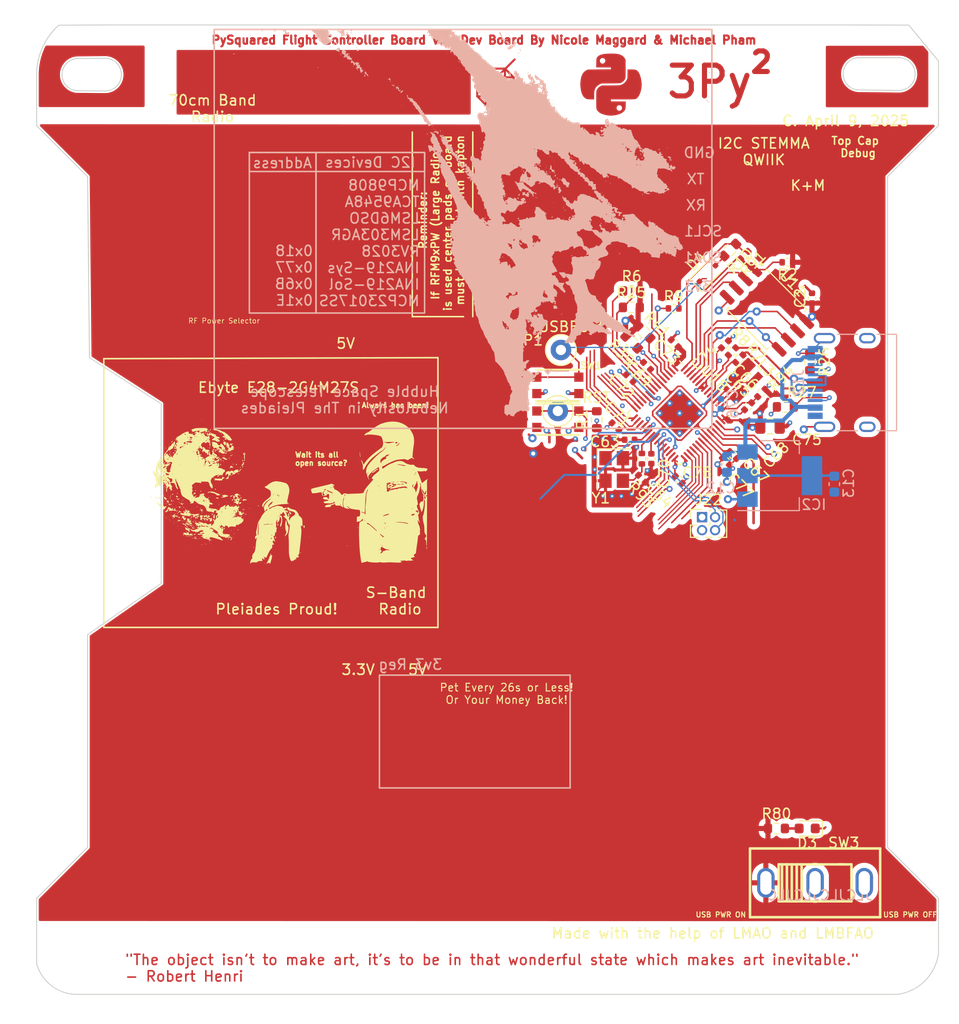
<source format=kicad_pcb>
(kicad_pcb (version 20241229) (generator "pcbnew") (generator_version "9.0")
  (layers (0 "F.Cu" signal) (4 "In1.Cu" signal) (6 "In2.Cu" signal) (2 "B.Cu" signal) (13 "F.Paste" user) (15 "B.Paste" user) (5 "F.SilkS" user "F.Silkscreen") (7 "B.SilkS" user "B.Silkscreen") (1 "F.Mask" user) (3 "B.Mask" user) (25 "Edge.Cuts" user))
  (net 0 "")
  (net 1 "GND")
  (net 2 "+3V3")
  (net 3 "VBUS")
  (net 4 "/3v3 Spec")
  (net 5 "/XIN")
  (net 6 "/VREG_AVDD")
  (net 7 "/USBBOOT")
  (net 8 "/VREG_LX")
  (net 9 "/FLASH_SS")
  (net 10 "/XOUT")
  (net 11 "/QSPI_SD1")
  (net 12 "/QSPI_SD3")
  (net 13 "/QSPI_SD2")
  (net 14 "/QSPI_SD0")
  (net 15 "TX")
  (net 16 "/QSPI_SCLK")
  (net 17 "RX")
  (net 18 "Net-(D3-A)")
  (net 19 "Net-(D4-A)")
  (net 20 "SDA1")
  (net 21 "SCL1")
  (net 22 "SDA0")
  (net 23 "SCL0")
  (net 24 "FC_RESET")
  (net 25 "SWCLK")
  (net 26 "SWDIO")
  (net 27 "SPI0_MISO")
  (net 28 "SPI0_CS0")
  (net 29 "SPI0_SCK")
  (net 30 "SPI0_MOSI")
  (net 31 "RF1_RST")
  (net 32 "WDT_WDI")
  (net 33 "RF1_IO4")
  (net 34 "RF1_IO0")
  (net 35 "RTC_INT")
  (net 36 "USB_D-")
  (net 37 "USB_D+")
  (net 38 "RF2_TX_EN")
  (net 39 "RF2_RX_EN")
  (net 40 "RF2_RST")
  (net 41 "RF2_IO0")
  (net 42 "~{MUX_RESET}")
  (net 44 "Net-(J12-CC1)")
  (net 45 "Net-(J12-CC2)")
  (net 46 "SPI1_CS0")
  (net 47 "WDT_ENABLE")
  (net 50 "SPI1_MOSI")
  (net 51 "SPI1_SCK")
  (net 52 "SPI1_MISO")
  (net 53 "SPI1_CS1")
  (net 54 "~{FIRE_DEPLOY1_A}")
  (net 55 "~{FIRE_DEPLOY1_B}")
  (net 56 "~{GPIO_EXPANDER_RESET}")
  (net 57 "Net-(C64-Pad1)")
  (net 58 "+1V1")
  (net 59 "BOOTSEL")
  (net 60 "USB_DP")
  (net 61 "USB_DM")
  (net 62 "RF2_IO3")
  (footprint "Package_SO:SOIC-8_5.3x5.3mm_P1.27mm" (layer "F.Cu") (at 214.6 75.3 -45)
    (property "Reference" "U11")
    (property "Value" "W25Q128JVS")
  )
  (footprint "Resistor_SMD:R_0402_1005Metric" (layer "F.Cu") (at 211.9 80.1 45)
    (property "Reference" "R7")
    (property "Value" "22")
  )
  (footprint "Resistor_SMD:R_0402_1005Metric" (layer "F.Cu") (at 214.060606 83.439393 -135)
    (property "Reference" "R94")
    (property "Value" "33")
  )
  (footprint "Resistor_SMD:R_0402_1005Metric" (layer "F.Cu") (at 202.4 89.85 -90)
    (property "Reference" "R93")
    (property "Value" "1k")
  )
  (footprint "FC_DEV_BOARD:BTN_KMR2_4.6X2.8" (layer "F.Cu") (at 194.2 86)
    (property "Reference" "SW2" (hide yes))
    (property "Value" "KMR2")
  )
  (footprint "Resistor_SMD:R_0603_1608Metric" (layer "F.Cu") (at 216.4 84.8)
    (property "Reference" "R27")
    (property "Value" "5.1k")
  )
  (footprint "LOGO" (layer "F.Cu") (at 199.374384 53.975466)
    (property "Reference" "G***" (hide yes))
    (property "Value" "LOGO" (hide yes))
  )
  (footprint "Capacitor_SMD:C_0402_1005Metric" (layer "F.Cu") (at 201.2 82 135)
    (property "Reference" "C72")
    (property "Value" "100n")
  )
  (footprint "Resistor_SMD:R_0603_1608Metric" (layer "F.Cu") (at 218.8 80.4 -90)
    (property "Reference" "R26")
    (property "Value" "5.1k")
  )
  (footprint "Resistor_SMD:R_0603_1608Metric" (layer "F.Cu") (at 201.4 73.5)
    (property "Reference" "R6")
    (property "Value" "10k")
  )
  (footprint "Capacitor_SMD:C_0402_1005Metric" (layer "F.Cu") (at 205.6 78.6 135)
    (property "Reference" "C73")
    (property "Value" "100n")
  )
  (footprint "RP2350_60QFN_minimal:L_pol_2016" (layer "F.Cu") (at 212.9 81.7 -45)
    (property "Reference" "L3")
    (property "Value" "3.3u")
  )
  (footprint "LOGO" (layer "F.Cu") (at 199.374384 53.975466)
    (property "Reference" "G***" (hide yes))
    (property "Value" "LOGO" (hide yes))
  )
  (footprint "Resistor_SMD:R_0603_1608Metric" (layer "F.Cu") (at 201.375 75.1)
    (property "Reference" "R25")
    (property "Value" "10k")
  )
  (footprint "Resistor_SMD:R_0402_1005Metric" (layer "F.Cu") (at 205.5 75.2)
    (property "Reference" "R9")
    (property "Value" "DNF")
  )
  (footprint "Capacitor_SMD:C_0805_2012Metric" (layer "F.Cu") (at 214.9 86.7)
    (property "Reference" "C75")
    (property "Value" "10u")
  )
  (footprint "Capacitor_SMD:C_0402_1005Metric" (layer "F.Cu") (at 210.5 78.7 45)
    (property "Reference" "C74")
    (property "Value" "100n")
  )
  (footprint "LED_SMD:LED_0603_1608Metric" (layer "F.Cu") (at 218.53125 125.9 180)
    (property "Reference" "D3")
    (property "Value" "LED")
  )
  (footprint "TestPoint:TestPoint_Loop_D1.80mm_Drill1.0mm_Beaded" (layer "F.Cu") (at 194.2 85.2)
    (property "Reference" "TP2" (hide yes))
    (property "Value" "RESET")
  )
  (footprint "Resistor_SMD:R_0603_1608Metric" (layer "F.Cu") (at 198 86.05 90)
    (property "Reference" "R1")
    (property "Value" "10k")
  )
  (footprint "Resistor_SMD:R_0603_1608Metric" (layer "F.Cu") (at 201.4 78.5 135)
    (property "Reference" "R39")
    (property "Value" "10k")
  )
  (footprint "Capacitor_SMD:C_0402_1005Metric" (layer "F.Cu") (at 203.325 89.85 -90)
    (property "Reference" "C70")
    (property "Value" "100n")
  )
  (footprint "RP2350_60QFN_minimal:C_0402_1005Metric_small_pads" (layer "F.Cu") (at 211.7 82.7 -45)
    (property "Reference" "C66")
    (property "Value" "4.7u")
  )
  (footprint "Capacitor_SMD:C_0402_1005Metric" (layer "F.Cu") (at 201.2 88 180)
    (property "Reference" "C63")
    (property "Value" "15p")
  )
  (footprint "Resistor_SMD:R_0402_1005Metric" (layer "F.Cu") (at 212.4 70 -135)
    (property "Reference" "R91")
    (property "Value" "0")
  )
  (footprint "Resistor_SMD:R_0402_1005Metric" (layer "F.Cu") (at 216.6 70.7 180)
    (property "Reference" "R2")
    (property "Value" "10k")
  )
  (footprint "Resistor_SMD:R_0402_1005Metric" (layer "F.Cu") (at 211.2 79.4 45)
    (property "Reference" "R8")
    (property "Value" "22")
  )
  (footprint "Capacitor_SMD:C_0402_1005Metric" (layer "F.Cu") (at 211.3 89.5 -45)
    (property "Reference" "C67")
    (property "Value" "100n")
  )
  (footprint "LOGO" (layer "F.Cu") (at 167.083442 92.7)
    (property "Reference" "G***" (hide yes))
    (property "Value" "LOGO" (hide yes))
  )
  (footprint "Diode_SMD:D_SOD-323F" (layer "F.Cu") (at 208.8 71.8 45)
    (property "Reference" "D4")
    (property "Value" "NSR0320")
  )
  (footprint "RP2350_60QFN_minimal:RP2350-QFN-60-1EP_7x7_P0.4mm_EP3.4x3.4mm_ThermalVias" (layer "F.Cu") (at 206.08068 85.41932 -45)
    (property "Reference" "U18")
    (property "Value" "RP2350_60QFN")
  )
  (footprint "Capacitor_SMD:C_0402_1005Metric" (layer "F.Cu") (at 219 74.2 90)
    (property "Reference" "C2")
    (property "Value" "100n")
  )
  (footprint "Capacitor_SMD:C_0402_1005Metric" (layer "F.Cu") (at 210.6 90.1 -45)
    (property "Reference" "C77")
    (property "Value" "100n")
  )
  (footprint "Capacitor_SMD:C_0402_1005Metric" (layer "F.Cu") (at 202.9 80.8 135)
    (property "Reference" "C69")
    (property "Value" "4.7u")
  )
  (footprint "Connector_PinHeader_1.27mm:PinHeader_2x02_P1.27mm_Vertical" (layer "F.Cu") (at 208.275 95.55)
    (property "Reference" "J22")
    (property "Value" "SWD Port")
  )
  (footprint "easyeda2kicad:SW-TH_SHOU-HAN_SS12D10G4" (layer "F.Cu") (at 219.3 131.2)
    (property "Reference" "SW3")
    (property "Value" "SW_Push_SPDT")
  )
  (footprint "Capacitor_SMD:C_0402_1005Metric" (layer "F.Cu") (at 202.4 91.8 -45)
    (property "Reference" "C64")
    (property "Value" "15p")
  )
  (footprint "FC_DEV_BOARD:BTN_KMR2_4.6X2.8" (layer "F.Cu") (at 194.2 82.7)
    (property "Reference" "SW1")
    (property "Value" "KMR2")
  )
  (footprint "Capacitor_SMD:C_0402_1005Metric" (layer "F.Cu") (at 212.760606 84.739393 -135)
    (property "Reference" "C68")
    (property "Value" "4.7u")
  )
  (footprint "RP2350_60QFN_minimal:C_0402_1005Metric_small_pads" (layer "F.Cu") (at 211 83.4 -45)
    (property "Reference" "C65")
    (property "Value" "4.7u")
  )
  (footprint "Resistor_SMD:R_0603_1608Metric" (layer "F.Cu") (at 215.53125 125.9)
    (property "Reference" "R80")
    (property "Value" "100k")
  )
  (footprint "Resistor_SMD:R_0603_1608Metric" (layer "F.Cu") (at 202.616637 77.516637 135)
    (property "Reference" "R41")
    (property "Value" "10k")
  )
  (footprint "Crystal:Crystal_SMD_3225-4Pin_3.2x2.5mm" (layer "F.Cu") (at 199.7 90.9 -90)
    (property "Reference" "Y1")
    (property "Value" "ABM8-272-T3")
  )
  (footprint "TestPoint:TestPoint_Loop_D1.80mm_Drill1.0mm_Beaded" (layer "F.Cu") (at 194.5 79.25)
    (property "Reference" "TP1")
    (property "Value" "USBBOOT")
  )
  (footprint "Capacitor_SMD:C_0402_1005Metric" (layer "F.Cu") (at 206 91.9 -45)
    (property "Reference" "C78")
    (property "Value" "100n")
  )
  (footprint "Capacitor_SMD:C_0402_1005Metric" (layer "F.Cu") (at 199.825 86.7 135)
    (property "Reference" "C71")
    (property "Value" "100n")
  )
  (footprint "Resistor_SMD:R_0603_1608Metric" (layer "F.Cu") (at 211 69.5 -135)
    (property "Reference" "R10")
    (property "Value" "1k")
  )
  (footprint "LOGO" (layer "F.Cu") (at 171 53)
    (property "Reference" "G***" (hide yes))
    (property "Value" "LOGO" (hide yes))
  )
  (footprint "Capacitor_SMD:C_0603_1608Metric" (layer "B.Cu") (at 221.18 92.33 -90)
    (property "Reference" "C13")
    (property "Value" "22uF")
  )
  (footprint "Package_TO_SOT_SMD:SOT-223" (layer "B.Cu") (at 215.85 91.5)
    (property "Reference" "IC2")
    (property "Value" "AZ1117CH-3.3TRG1")
  )
  (footprint "Capacitor_SMD:C_0603_1608Metric" (layer "B.Cu") (at 210.7 90.4 -90)
    (property "Reference" "C12")
    (property "Value" "10uF")
  )
  (footprint "LOGO" (layer "B.Cu") (at 186.3 67.3 180)
    (property "Reference" "G***" (hide yes))
    (property "Value" "LOGO" (hide yes))
  )
  (footprint "Capacitor_SMD:C_0402_1005Metric" (layer "B.Cu") (at 210.1 84.5 90)
    (property "Reference" "C76")
    (property "Value" "100n")
  )
  (footprint "Connector_USB:USB_C_Receptacle_HRO_TYPE-C-31-M-12" (layer "B.Cu") (at 223.35 82.42 -90)
    (property "Reference" "J12")
    (property "Value" "USB_C_Receptacle_USB2.0_16P")
  )
  (gr_line (start 187.19 55.37) (end 186.34 54.52) (stroke (width 0.2)) (layer "F.Cu"))
  (gr_line (start 189.04 51.82) (end 189.89 52.67) (stroke (width 0.2)) (layer "F.Cu"))
  (gr_line (start 187.84 52.41) (end 186.36 50.93) (stroke (width 0.2)) (layer "F.Cu"))
  (gr_line (start 186.34 54.52) (end 189.04 54.52) (stroke (width 0.2)) (layer "F.Cu"))
  (gr_line (start 187.19 52.67) (end 187.19 55.37) (stroke (width 0.2)) (layer "F.Cu"))
  (gr_line (start 189.89 52.67) (end 187.19 52.67) (stroke (width 0.2)) (layer "F.Cu"))
  (gr_line (start 189.04 51.82) (end 186.34 51.82) (stroke (width 0.2)) (layer "F.Cu"))
  (gr_line (start 188.52 52.39) (end 189.99 50.92) (stroke (width 0.2)) (layer "F.Cu"))
  (gr_line (start 189.04 54.52) (end 189.04 51.82) (stroke (width 0.2)) (layer "F.Cu"))
  (gr_line (start 186.34 54.52) (end 186.34 51.82) (stroke (width 0.2)) (layer "F.Cu"))
  (gr_line (start 186.34 51.82) (end 187.19 52.67) (stroke (width 0.2)) (layer "F.Cu"))
  (gr_line (start 187.19 55.37) (end 189.89 55.37) (stroke (width 0.2)) (layer "F.Cu"))
  (gr_line (start 189.04 54.52) (end 189.89 55.37) (stroke (width 0.2)) (layer "F.Cu"))
  (gr_line (start 189.89 55.37) (end 189.89 52.67) (stroke (width 0.2)) (layer "F.Cu"))
  (gr_line (start 180 58) (end 180 76) (stroke (width 0.15)) (layer "F.SilkS"))
  (gr_line (start 149.9 106.3) (end 182.5 106.3) (stroke (width 0.15)) (layer "F.SilkS"))
  (gr_line (start 182.5 80) (end 149.9 80.1) (stroke (width 0.15)) (layer "F.SilkS"))
  (gr_line (start 182.5 106.3) (end 182.5 80) (stroke (width 0.15)) (layer "F.SilkS"))
  (gr_line (start 185.9 76) (end 185.9 58) (stroke (width 0.15)) (layer "F.SilkS"))
  (gr_line (start 149.9 80.1) (end 149.9 106.3) (stroke (width 0.15)) (layer "F.SilkS"))
  (gr_line (start 180 76) (end 185 76) (stroke (width 0.15)) (layer "F.SilkS"))
  (gr_rect (start 170.6 60) (end 181.2 75.65) (stroke (width 0.15)) (fill no) (layer "B.SilkS"))
  (gr_line (start 195.4 121.95) (end 195.4 110.95) (stroke (width 0.15)) (layer "B.SilkS"))
  (gr_line (start 176.79375 110.95) (end 176.79375 121.95) (stroke (width 0.15)) (layer "B.SilkS"))
  (gr_rect (start 160.669138 48) (end 209.230861 86.891722) (stroke (width 0.15)) (fill no) (layer "B.SilkS"))
  (gr_line (start 195.4 110.95) (end 176.79375 110.95) (stroke (width 0.15)) (layer "B.SilkS"))
  (gr_line (start 176.79375 121.95) (end 195.4 121.95) (stroke (width 0.15)) (layer "B.SilkS"))
  (gr_rect (start 164.1 60) (end 181.2 61.85) (stroke (width 0.15)) (fill no) (layer "B.SilkS"))
  (gr_rect (start 164.1 60) (end 170.6 75.65) (stroke (width 0.15)) (fill no) (layer "B.SilkS"))
  (gr_line (start 147.266164 53.978713) (end 150.016362 54.003722) (stroke (width 0.1)) (layer "Edge.Cuts"))
  (gr_line (start 197.601362 47.563722) (end 223.001362 47.563722) (stroke (width 0.1)) (layer "Edge.Cuts"))
  (gr_arc (start 143.3432 52.5744) (mid 143.878092 49.844486) (end 145.50672 47.589245) (stroke (width 0.1)) (layer "Edge.Cuts"))
  (gr_arc (start 150.016362 50.803722) (mid 151.616378 52.403722) (end 150.016362 54.003722) (stroke (width 0.1)) (layer "Edge.Cuts"))
  (gr_line (start 155.5 102) (end 155.5 84.5) (stroke (width 0.1)) (layer "Edge.Cuts"))
  (gr_arc (start 223.616362 53.903722) (mid 222.041575 52.303731) (end 223.666337 50.754515) (stroke (width 0.1)) (layer "Edge.Cuts"))
  (gr_line (start 143.3432 134) (end 143.3432 132.71) (stroke (width 0.1)) (layer "Edge.Cuts"))
  (gr_line (start 143.3432 139.0744) (end 143.3432 134) (stroke (width 0.1)) (layer "Edge.Cuts"))
  (gr_line (start 147.316139 50.829506) (end 150.016362 50.803722) (stroke (width 0.1)) (layer "Edge.Cuts"))
  (gr_line (start 143.3432 57.38) (end 143.3432 52.5744) (stroke (width 0.1)) (layer "Edge.Cuts"))
  (gr_line (start 145.50672 47.589245) (end 149.976362 47.563722) (stroke (width 0.1)) (layer "Edge.Cuts"))
  (gr_line (start 231.3432 133.532) (end 231.3432 132.71) (stroke (width 0.1)) (layer "Edge.Cuts"))
  (gr_line (start 227.3432 142.0744) (end 147.3432 142.0744) (stroke (width 0.1)) (layer "Edge.Cuts"))
  (gr_line (start 223.001362 47.563722) (end 228.441362 47.578722) (stroke (width 0.1)) (layer "Edge.Cuts"))
  (gr_arc (start 227.466362 50.753722) (mid 229.066378 52.353722) (end 227.466362 53.953722) (stroke (width 0.1)) (layer "Edge.Cuts"))
  (gr_line (start 148.5 80) (end 155.5 84.5) (stroke (width 0.1)) (layer "Edge.Cuts"))
  (gr_line (start 148.32 62.3568) (end 148.5 80) (stroke (width 0.1)) (layer "Edge.Cuts"))
  (gr_arc (start 147.266164 53.978713) (mid 145.821876 52.380794) (end 147.316139 50.829506) (stroke (width 0.1)) (layer "Edge.Cuts"))
  (gr_line (start 231.3432 132.71) (end 226.37 127.7368) (stroke (width 0.1)) (layer "Edge.Cuts"))
  (gr_arc (start 147.3432 142.0744) (mid 144.830806 141.257591) (end 143.3432 139.0744) (stroke (width 0.1)) (layer "Edge.Cuts"))
  (gr_line (start 197.601362 47.563722) (end 196.4436 47.563722) (stroke (width 0.1)) (layer "Edge.Cuts"))
  (gr_line (start 143.3432 132.71) (end 148.32 127.7332) (stroke (width 0.1)) (layer "Edge.Cuts"))
  (gr_line (start 185.536362 47.563722) (end 149.976362 47.563722) (stroke (width 0.1)) (layer "Edge.Cuts"))
  (gr_line (start 185.536362 47.563722) (end 186.8932 47.563722) (stroke (width 0.1)) (layer "Edge.Cuts"))
  (gr_line (start 186.8932 47.563722) (end 196.4436 47.563722) (stroke (width 0.1)) (layer "Edge.Cuts"))
  (gr_line (start 223.616362 53.903722) (end 227.466362 53.953722) (stroke (width 0.1)) (layer "Edge.Cuts"))
  (gr_line (start 143.3432 57.38) (end 148.32 62.3568) (stroke (width 0.1)) (layer "Edge.Cuts"))
  (gr_line (start 226.37 62.3532) (end 226.37 127.7368) (stroke (width 0.1)) (layer "Edge.Cuts"))
  (gr_line (start 231.3432 57.38) (end 226.37 62.3532) (stroke (width 0.1)) (layer "Edge.Cuts"))
  (gr_line (start 231.3432 56.345522) (end 231.3432 57.38) (stroke (width 0.1)) (layer "Edge.Cuts"))
  (gr_line (start 231.3432 56.345522) (end 231.3432 51.0744) (stroke (width 0.1)) (layer "Edge.Cuts"))
  (gr_line (start 228.441362 47.578722) (end 231.3432 51.0744) (stroke (width 0.1)) (layer "Edge.Cuts"))
  (gr_line (start 231.3432 133.532) (end 231.3432 138.0744) (stroke (width 0.1)) (layer "Edge.Cuts"))
  (gr_line (start 148.32 107) (end 155.5 102) (stroke (width 0.1)) (layer "Edge.Cuts"))
  (gr_line (start 227.466362 50.753722) (end 223.666337 50.754515) (stroke (width 0.1)) (layer "Edge.Cuts"))
  (gr_line (start 148.32 127.7332) (end 148.32 107) (stroke (width 0.1)) (layer "Edge.Cuts"))
  (gr_arc (start 231.3432 138.0744) (mid 230.019606 140.750806) (end 227.3432 142.0744) (stroke (width 0.1)) (layer "Edge.Cuts"))
  (gr_text "\n{dblquote}The object isn't to make art, it's to be in that wonderful state which makes art inevitable.{dblquote}\n- Robert Henri" (at 151.9 140.9 0) (layer "F.Cu") (effects (font (size 1 1)) (justify left bottom)))
  (gr_text "2" (at 214.07 51.2 0) (layer "F.Cu") (effects (font (size 2 2) (thickness 0.5))))
  (gr_text "3Py" (at 209.01 53.12 0) (layer "F.Cu") (effects (font (size 3 3) (thickness 0.5))))
  (gr_text "PySquared Flight Controller Board V5a Dev Board By Nicole Maggard & Michael Pham" (at 187 49.5 0) (layer "F.Cu") (effects (font (size 0.8 0.8) (thickness 0.2) (bold yes)) (justify bottom)))
  (gr_text "Pet Every 26s or Less!\nOr Your Money Back!" (at 189.2 113.8 0) (layer "F.SilkS") (effects (font (size 0.75 0.75) (thickness 0.1)) (justify bottom)))
  (gr_text "Top Cap \nDebug" (at 223.5 60.5 0) (layer "F.SilkS") (effects (font (size 0.75 0.75)) (justify bottom)))
  (gr_text "I2C STEMMA\nQWIIK" (at 214.3 61.3 0) (layer "F.SilkS") (effects (font (size 1 1)) (justify bottom)))
  (gr_text "S-Band \nRadio" (at 178.8 105.1 0) (layer "F.SilkS") (effects (font (size 1 1)) (justify bottom)))
  (gr_text "5V" (at 179.5 111 0) (layer "F.SilkS") (effects (font (size 1 1)) (justify left bottom)))
  (gr_text "Made with the help of LMAO and LMBFAO" (at 193.5 136.7 0) (layer "F.SilkS") (effects (font (size 1 1)) (justify left bottom)))
  (gr_text "5V" (at 172.5 79.2 0) (layer "F.SilkS") (effects (font (size 1 1)) (justify left bottom)))
  (gr_text "Pleiades Proud!" (at 160.7 105.1 0) (layer "F.SilkS") (effects (font (size 1 1)) (justify left bottom)))
  (gr_text "RST" (at 196.5 84.4746 0) (layer "F.SilkS") (effects (font (size 1 1)) (justify left bottom)))
  (gr_text "3.3V" (at 173 111 0) (layer "F.SilkS") (effects (font (size 1 1)) (justify left bottom)))
  (gr_text "70cm Band\nRadio" (at 160.5 57.1 0) (layer "F.SilkS") (effects (font (size 1 1)) (justify bottom)))
  (gr_text "K+M" (at 218.6 63.8 0) (layer "F.SilkS") (effects (font (size 1 1)) (justify bottom)))
  (gr_text "USB PWR OFF" (at 225.9 134.6 0) (layer "F.SilkS") (effects (font (size 0.5 0.5) (thickness 0.1) (bold yes)) (justify left bottom)))
  (gr_text "USB PWR ON" (at 207.6 134.6 0) (layer "F.SilkS") (effects (font (size 0.5 0.5) (thickness 0.1) (bold yes)) (justify left bottom)))
  (gr_text "RF Power Selector" (at 158.1 76.7 0) (layer "F.SilkS") (effects (font (size 0.5 0.5) (thickness 0.0625)) (justify left bottom)))
  (gr_text "USBBoot" (at 192.21 77.57 0) (layer "F.SilkS") (effects (font (size 1 1)) (justify left bottom)))
  (gr_text "Always has been!" (at 175 84.936403 -0) (layer "F.SilkS") (effects (font (size 0.5 0.5) (thickness 0.125)) (justify left bottom)))
  (gr_text "Ebyte E28-2G4M27S" (at 159 83.5 0) (layer "F.SilkS") (effects (font (size 1 1)) (justify left bottom)))
  (gr_text "Wait its all\nopen source?" (at 168.5 90.567115 -0) (layer "F.SilkS") (effects (font (size 0.5 0.5) (thickness 0.125)) (justify left bottom)))
  (gr_text "Reminder:\nIf RFM9xPW (Large Radio) \nis used center pads on board \nmust be masked with kapton" (at 185.1 66.6 90) (layer "F.SilkS") (effects (font (size 0.75 0.75)) (justify bottom)))
  (gr_text "C. April 9, 2025" (at 216 57.5 0) (layer "F.SilkS") (effects (font (size 1 1)) (justify left bottom)))
  (gr_text "SDA1" (at 210.31 70.8335 0) (layer "B.SilkS") (effects (font (size 1 1)) (justify left bottom mirror)))
  (gr_text "SCL1" (at 210.32 68.2535 0) (layer "B.SilkS") (effects (font (size 1 1)) (justify left bottom mirror)))
  (gr_text "Hubble Space Telescope\nNebulosity in The Pleiades\n" (at 173.4 85.5 0) (layer "B.SilkS") (effects (font (size 1 1)) (justify bottom mirror)))
  (gr_text "MCP9808\nTCA9548A\nLSM6DSO\nLSM303AGR\nRV3028\nINA219-Sys\nINA219-Sol\nMCP23017SS\n" (at 180.8 75.05 0) (layer "B.SilkS") (effects (font (size 1 1)) (justify left bottom mirror)))
  (gr_text "Address" (at 170.3 61.6 0) (layer "B.SilkS") (effects (font (size 1 1)) (justify left bottom mirror)))
  (gr_text "GND" (at 209.63 60.6035 0) (layer "B.SilkS") (effects (font (size 1 1)) (justify left bottom mirror)))
  (gr_text "3v3" (at 209.3 73.6535 0) (layer "B.SilkS") (effects (font (size 1 1)) (justify left bottom mirror)))
  (gr_text "3v3 Reg" (at 183 110.5 0) (layer "B.SilkS") (effects (font (size 1 1)) (justify left bottom mirror)))
  (gr_text "JLCJLCJLCJLC" (at 225 133 0) (layer "B.SilkS") (effects (font (size 1 1)) (justify left bottom mirror)))
  (gr_text "RX" (at 208.76 65.7235 0) (layer "B.SilkS") (effects (font (size 1 1)) (justify left bottom mirror)))
  (gr_text "I2C Devices" (at 175.9 61.55 0) (layer "B.SilkS") (effects (font (size 1 1)) (justify bottom mirror)))
  (gr_text "TX" (at 208.6 63.1735 0) (layer "B.SilkS") (effects (font (size 1 1)) (justify left bottom mirror)))
  (gr_text "0x18\n0x77\n0x6B\n0x1E" (at 170.4 75 0) (layer "B.SilkS") (effects (font (size 1 1)) (justify left bottom mirror)))
  (segment (start 191.72272 87.850001) (end 191.374 87.501281) (width 0.25) (layer "F.Cu") (net 0))
  (via (at 191.72272 87.850001) (size 0.8) (drill 0.4) (layers "F.Cu" "B.Cu") (net 0))
  (segment (start 212.02526 85.474739) (end 211.6 85.474739) (width 0.1524) (layer "F.Cu") (net 1))
  (segment (start 195.875 89) (end 195.875 89.1) (width 0.25) (layer "F.Cu") (net 1))
  (segment (start 210.888635 84.02832) (end 211.22832 84.02832) (width 0.127) (layer "F.Cu") (net 1))
  (segment (start 200.235675 81.354642) (end 200.541622 81.660589) (width 0.1524) (layer "F.Cu") (net 1))
  (segment (start 212.421195 85.078804) (end 212.02526 85.474739) (width 0.1524) (layer "F.Cu") (net 1))
  (segment (start 192.15 86.8) (end 192.8 86.8) (width 0.1524) (layer "F.Cu") (net 1))
  (segment (start 219 73.7) (end 218.3 73) (width 0.25) (layer "F.Cu") (net 1))
  (segment (start 202.560589 80.460589) (end 202.439987 80.460589) (width 0.1524) (layer "F.Cu") (net 1))
  (segment (start 192.8 83.5) (end 193 83.3) (width 0.3) (layer "F.Cu") (net 1))
  (segment (start 192.8 86.8) (end 193.1 87.1) (width 0.1524) (layer "F.Cu") (net 1))
  (segment (start 195.875 89.1) (end 196.575 89.8) (width 0.25) (layer "F.Cu") (net 1))
  (segment (start 198.0408 93) (end 199.1158 91.925) (width 0.1524) (layer "F.Cu") (net 1))
  (segment (start 218.46 86.74) (end 220.22 86.74) (width 0.1524) (layer "F.Cu") (net 1))
  (segment (start 199.485589 86.360589) (end 199.439411 86.360589) (width 0.1524) (layer "F.Cu") (net 1))
  (segment (start 205.2 78.27) (end 205.9 77.57) (width 0.25) (layer "F.Cu") (net 1))
  (segment (start 210.839411 78.360589) (end 211.3 77.9) (width 0.2) (layer "F.Cu") (net 1))
  (segment (start 202.439987 80.460589) (end 202.039699 80.060301) (width 0.1524) (layer "F.Cu") (net 1))
  (segment (start 203.325 90.612912) (end 202.931456 91.006456) (width 0.1524) (layer "F.Cu") (net 1))
  (segment (start 210.907377 74.401454) (end 210.898546 74.401454) (width 0.1524) (layer "F.Cu") (net 1))
  (segment (start 199.439411 86.360589) (end 199 86.8) (width 0.1524) (layer "F.Cu") (net 1))
  (segment (start 196.25 83.5) (end 195.3 83.5) (width 0.3) (layer "F.Cu") (net 1))
  (segment (start 193.375 88.25) (end 193.375 87.375) (width 0.25) (layer "F.Cu") (net 1))
  (segment (start 218.2 87) (end 218.46 86.74) (width 0.1524) (layer "F.Cu") (net 1))
  (segment (start 219 73.72) (end 219 73.7) (width 0.25) (layer "F.Cu") (net 1))
  (segment (start 219.318751 125.9) (end 220.2 125.9) (width 0.2) (layer "F.Cu") (net 1))
  (segment (start 224.28 86.86) (end 224.4 86.74) (width 0.1524) (layer "F.Cu") (net 1))
  (segment (start 215.575 84.93) (end 215 85.505) (width 0.127) (layer "F.Cu") (net 1))
  (segment (start 211.36416 83.76416) (end 212.06416 83.06416) (width 0.1524) (layer "F.Cu") (net 1))
  (segment (start 195.6 86.8) (end 195.258058 87.141942) (width 0.1524) (layer "F.Cu") (net 1))
  (segment (start 198.85 92) (end 197.8 92) (width 0.1524) (layer "F.Cu") (net 1))
  (segment (start 212.5 83.5) (end 212.4 83.5) (width 0.127) (layer "F.Cu") (net 1))
  (segment (start 206.7365 91.842322) (end 206.339411 92.239411) (width 0.127) (layer "F.Cu") (net 1))
  (segment (start 205.2 78.32) (end 205.2 78.27) (width 0.25) (layer "F.Cu") (net 1))
  (segment (start 200.541622 81.660589) (end 200.860589 81.660589) (width 0.1524) (layer "F.Cu") (net 1))
  (segment (start 215.575 84.8) (end 215.575 84.93) (width 0.127) (layer "F.Cu") (net 1))
  (segment (start 211.039411 90.439411) (end 211.639411 89.839411) (width 0.1524) (layer "F.Cu") (net 1))
  (segment (start 201.075 89.725) (end 201.075 89.538563) (width 0.1524) (layer "F.Cu") (net 1))
  (segment (start 206.7365 91.6) (end 206.7365 91.842322) (width 0.127) (layer "F.Cu") (net 1))
  (segment (start 192.15 83.5) (end 192.8 83.5) (width 0.3) (layer "F.Cu") (net 1))
  (segment (start 220.2 125.9) (end 220.325 125.775) (width 0.2) (layer "F.Cu") (net 1))
  (segment (start 198 93) (end 198.0408 93) (width 0.1524) (layer "F.Cu") (net 1))
  (segment (start 210.898546 74.401454) (end 209.9 75.4) (width 0.1524) (layer "F.Cu") (net 1))
  (segment (start 218.8 79.575) (end 217.684044 79.575) (width 0.127) (layer "F.Cu") (net 1))
  (segment (start 203.325 90.33) (end 203.325 90.612912) (width 0.1524) (layer "F.Cu") (net 1))
  (segment (start 199.1158 91.925) (end 199.375 91.925) (width 0.1524) (layer "F.Cu") (net 1))
  (segment (start 215.85 86.7) (end 216.490956 86.7) (width 0.4) (layer "F.Cu") (net 1))
  (segment (start 216.490956 86.7) (end 216.845478 86.345478) (width 0.4) (layer "F.Cu") (net 1))
  (segment (start 210.939411 90.469413) (end 211.269998 90.8) (width 0.1524) (layer "F.Cu") (net 1))
  (segment (start 210.199157 84.717798) (end 210.888635 84.02832) (width 0.127) (layer "F.Cu") (net 1))
  (segment (start 196.25 86.8) (end 195.6 86.8) (width 0.1524) (layer "F.Cu") (net 1))
  (segment (start 210.939411 90.439411) (end 211.039411 90.439411) (width 0.1524) (layer "F.Cu") (net 1))
  (segment (start 200.235675 81.3062) (end 200.235675 81.354642) (width 0.1524) (layer "F.Cu") (net 1))
  (segment (start 210.939411 90.439411) (end 210.939411 90.469413) (width 0.1524) (layer "F.Cu") (net 1))
  (segment (start 217.684044 79.575) (end 217.66019 79.598854) (width 0.127) (layer "F.Cu") (net 1))
  (segment (start 195.3 83.5) (end 195.2 83.4) (width 0.3) (layer "F.Cu") (net 1))
  (segment (start 201.075 89.538563) (end 201.875601 88.737962) (width 0.1524) (layer "F.Cu") (net 1))
  (segment (start 193.375 87.375) (end 193.1 87.1) (width 0.25) (layer "F.Cu") (net 1))
  (via (at 215 85.505) (size 0.46) (drill 0.2) (layers "F.Cu" "B.Cu") (net 1))
  (via (at 216.845478 86.345478) (size 0.46) (drill 0.2) (layers "F.Cu" "B.Cu") (net 1))
  (via (at 197.8 89.7) (size 0.46) (drill 0.2) (layers "F.Cu" "B.Cu") (net 1))
  (via (at 200.4 93.5) (size 0.46) (drill 0.2) (layers "F.Cu" "B.Cu") (net 1))
  (via (at 199.5 93.5) (size 0.46) (drill 0.2) (layers "F.Cu" "B.Cu") (net 1))
  (via (at 217.66019 79.598854) (size 0.46) (drill 0.2) (layers "F.Cu" "B.Cu") (net 1))
  (via (at 198.6 87.9) (size 0.46) (drill 0.2) (layers "F.Cu" "B.Cu") (net 1))
  (via (at 193 83.3) (size 0.46) (drill 0.2) (layers "F.Cu" "B.Cu") (net 1))
  (via (at 195.875 89) (size 0.6) (drill 0.3) (layers "F.Cu" "B.Cu") (net 1))
  (via (at 193.1 87.1) (size 0.6) (drill 0.3) (layers "F.Cu" "B.Cu") (net 1))
  (via (at 212.4 83.5) (size 0.46) (drill 0.2) (layers "F.Cu" "B.Cu") (net 1))
  (via (at 218.2 87) (size 0.8) (drill 0.4) (layers "F.Cu" "B.Cu") (net 1))
  (via (at 209.9 75.4) (size 0.8) (drill 0.4) (layers "F.Cu" "B.Cu") (net 1))
  (via (at 211.3 77.9) (size 0.46) (drill 0.2) (layers "F.Cu" "B.Cu") (net 1))
  (via (at 211.6 85.474739) (size 0.46) (drill 0.2) (layers "F.Cu" "B.Cu") (net 1))
  (via (at 201.4 93.3) (size 0.46) (drill 0.2) (layers "F.Cu" "B.Cu") (net 1))
  (via (at 198.6 93.5) (size 0.46) (drill 0.2) (layers "F.Cu" "B.Cu") (net 1))
  (via (at 202.039699 80.060301) (size 0.46) (drill 0.2) (layers "F.Cu" "B.Cu") (net 1))
  (via (at 197.8 90.9) (size 0.46) (drill 0.2) (layers "F.Cu" "B.Cu") (net 1))
  (via (at 210.8 93.8) (size 0.8) (drill 0.4) (layers "F.Cu" "B.Cu") (net 1))
  (via (at 195.2 83.4) (size 0.46) (drill 0.2) (layers "F.Cu" "B.Cu") (net 1))
  (via (at 200.235675 81.3062) (size 0.46) (drill 0.2) (layers "F.Cu" "B.Cu") (net 1))
  (via (at 211.269998 90.8) (size 0.46) (drill 0.2) (layers "F.Cu" "B.Cu") (net 1))
  (via (at 205.9 77.57) (size 0.46) (drill 0.2) (layers "F.Cu" "B.Cu") (net 1))
  (via (at 201.875601 88.737962) (size 0.46) (drill 0.2) (layers "F.Cu" "B.Cu") (net 1))
  (via (at 211.6 84.3) (size 0.46) (drill 0.2) (layers "F.Cu" "B.Cu") (net 1))
  (via (at 199 86.8) (size 0.46) (drill 0.2) (layers "F.Cu" "B.Cu") (net 1))
  (via (at 199.7 87.9) (size 0.46) (drill 0.2) (layers "F.Cu" "B.Cu") (net 1))
  (via (at 206.7365 91.6) (size 0.6) (drill 0.3) (layers "F.Cu" "B.Cu") (net 1))
  (via (at 202.931456 91.006456) (size 0.46) (drill 0.2) (layers "F.Cu" "B.Cu") (net 1))
  (via (at 200.5 84.6938) (size 0.46) (drill 0.2) (layers "F.Cu" "B.Cu") (net 1))
  (via (at 210.7 92.1) (size 0.8) (drill 0.4) (layers "F.Cu" "B.Cu") (net 1))
  (via (at 197.8 88.5) (size 0.46) (drill 0.2) (layers "F.Cu" "B.Cu") (net 1))
  (via (at 195.258058 87.141942) (size 0.6) (drill 0.3) (layers "F.Cu" "B.Cu") (net 1))
  (segment (start 210.7 92.1) (end 210.7 91.175) (width 0.25) (layer "B.Cu") (net 1))
  (segment (start 219.305 79.17) (end 219.305 79.015) (width 0.127) (layer "B.Cu") (net 1))
  (segment (start 219.305 79.015) (end 220.22 78.1) (width 0.127) (layer "B.Cu") (net 1))
  (segment (start 218.089044 79.17) (end 219.305 79.17) (width 0.127) (layer "B.Cu") (net 1))
  (segment (start 210.8 93.8) (end 212.7 93.8) (width 0.25) (layer "B.Cu") (net 1))
  (segment (start 217.66019 79.598854) (end 218.089044 79.17) (width 0.127) (layer "B.Cu") (net 1))
  (segment (start 200.816637 77.916637) (end 201.049911 77.916637) (width 0.5) (layer "F.Cu") (net 2))
  (segment (start 208.51136 82.98864) (end 208.3 82.98864) (width 0.1524) (layer "F.Cu") (net 2))
  (segment (start 205.629899 81.008741) (end 205.629899 79.9) (width 0.1524) (layer "F.Cu") (net 2))
  (segment (start 213.8 125.9) (end 213.725 125.825) (width 0.2) (layer "F.Cu") (net 2))
  (segment (start 210 80.3) (end 209.7 80.3) (width 0.127) (layer "F.Cu") (net 2))
  (segment (start 208.51136 87.85) (end 210.260589 89.599229) (width 0.1524) (layer "F.Cu") (net 2))
  (segment (start 210 80.3) (end 209.9 80.4) (width 0.127) (layer "F.Cu") (net 2))
  (segment (start 210.208416 86.152943) (end 209.555473 85.5) (width 0.1524) (layer "F.Cu") (net 2))
  (segment (start 200.816637 76.416637) (end 200.8 76.4) (width 0.5) (layer "F.Cu") (net 2))
  (segment (start 210.208416 86.152943) (end 209.288034 85.232561) (width 0.1524) (layer "F.Cu") (net 2))
  (segment (start 208.51136 87.85) (end 207.958875 87.297515) (width 0.1524) (layer "F.Cu") (net 2))
  (segment (start 203.177881 86.625062) (end 202.801472 87.001471) (width 0.1524) (layer "F.Cu") (net 2))
  (segment (start 208.51136 82.98864) (end 208.678578 82.821422) (width 0.1524) (layer "F.Cu") (net 2))
  (segment (start 213.2 86.835) (end 213.335 86.7) (width 0.4) (layer "F.Cu") (net 2))
  (segment (start 207.958875 87.297515) (end 207.808685 87.297515) (width 0.1524) (layer "F.Cu") (net 2))
  (segment (start 208.2 82.734315) (end 208.2 82.98864) (width 0.1524) (layer "F.Cu") (net 2))
  (segment (start 201.049911 77.916637) (end 202.033274 76.933274) (width 0.5) (layer "F.Cu") (net 2))
  (segment (start 208.228517 82.705798) (end 208.2 82.734315) (width 0.1524) (layer "F.Cu") (net 2))
  (segment (start 209.9 80.3) (end 209.7 80.1) (width 0.127) (layer "F.Cu") (net 2))
  (segment (start 210.462741 83.3) (end 210.5 83.3) (width 0.1524) (layer "F.Cu") (net 2))
  (segment (start 191.8 89.35) (end 190.93 89.35) (width 0.127) (layer "F.Cu") (net 2))
  (segment (start 202.225 73.5) (end 202.225 75.075) (width 0.5) (layer "F.Cu") (net 2))
  (segment (start 202.033274 76.933274) (end 202.033274 75.266726) (width 0.5) (layer "F.Cu") (net 2))
  (segment (start 209.7 80.3) (end 209.7 80.1) (width 0.127) (layer "F.Cu") (net 2))
  (segment (start 200.816637 77.916637) (end 200.816637 76.416637) (width 0.5) (layer "F.Cu") (net 2))
  (segment (start 203.3 84.51228) (end 203.3 84.335697) (width 0.1524) (layer "F.Cu") (net 2))
  (segment (start 213.95 86.7) (end 213.95 85.485) (width 0.4) (layer "F.Cu") (net 2))
  (segment (start 205.629899 81.008741) (end 205.629899 79.248923) (width 0.1524) (layer "F.Cu") (net 2))
  (segment (start 214.70625 125.9) (end 213.8 125.9) (width 0.2) (layer "F.Cu") (net 2))
  (segment (start 208.228517 82.705798) (end 208.3 82.777281) (width 0.1524) (layer "F.Cu") (net 2))
  (segment (start 208.678578 82.821422) (end 208.678578 82.278578) (width 0.1524) (layer "F.Cu") (net 2))
  (segment (start 198 86.875) (end 198 86.148548) (width 0.1524) (layer "F.Cu") (net 2))
  (segment (start 214.42123 83.078769) (end 214.8 82.7) (width 0.1524) (layer "F.Cu") (net 2))
  (segment (start 209.555473 85.5) (end 209.5 85.5) (width 0.1524) (layer "F.Cu") (net 2))
  (segment (start 209.7 80.6) (end 210 80.3) (width 0.127) (layer "F.Cu") (net 2))
  (segment (start 202.033274 75.266726) (end 202.2 75.1) (width 0.5) (layer "F.Cu") (net 2))
  (segment (start 210.491259 85.870101) (end 210.721158 86.1) (width 0.2) (layer "F.Cu") (net 2))
  (segment (start 208.2 82.98864) (end 207.923963 82.98864) (width 0.1524) (layer "F.Cu") (net 2))
  (segment (start 208.3 82.98864) (end 208.2 82.98864) (width 0.1524) (layer "F.Cu") (net 2))
  (segment (start 209.7 81.173293) (end 209.7 81.1) (width 0.127) (layer "F.Cu") (net 2))
  (segment (start 210.721158 86.1) (end 212 86.1) (width 0.2) (layer "F.Cu") (net 2))
  (segment (start 202.801472 87.001471) (end 202.427101 87.375842) (width 0.1524) (layer "F.Cu") (net 2))
  (segment (start 209.64273 84.120011) (end 210.462741 83.3) (width 0.1524) (layer "F.Cu") (net 2))
  (segment (start 202.427101 87.375842) (end 200.500842 87.375842) (width 0.1524) (layer "F.Cu") (net 2))
  (segment (start 205.629899 89.829899) (end 205.629899 90.654226) (width 0.1524) (layer "F.Cu") (net 2))
  (segment (start 208.51136 82.98864) (end 208.228517 82.705798) (width 0.1524) (layer "F.Cu") (net 2))
  (segment (start 205.622357 91.522357) (end 205.660589 91.560589) (width 0.1524) (layer "F.Cu") (net 2))
  (segment (start 209.7 81.1) (end 209.7 80.6) (width 0.127) (layer "F.Cu") (net 2))
  (segment (start 208.3 82.777281) (end 208.3 82.98864) (width 0.1524) (layer "F.Cu") (net 2))
  (segment (start 201.539411 82.575108) (end 201.539411 82.339411) (width 0.1524) (layer "F.Cu") (net 2))
  (segment (start 205.629899 90.654226) (end 205.622357 90.661768) (width 0.1524) (layer "F.Cu") (net 2))
  (segment (start 213.95 86.7) (end 212.6 86.7) (width 0.4) (layer "F.Cu") (net 2))
  (segment (start 208.219258 82.737899) (end 208.678578 82.278578) (width 0.127) (layer "F.Cu") (net 2))
  (segment (start 218.692623 76.798546) (end 218.692623 76.792623) (width 0.1524) (layer "F.Cu") (net 2))
  (segment (start 203.3 84.335697) (end 202.801472 83.837169) (width 0.1524) (layer "F.Cu") (net 2))
  (segment (start 203.523439 86.537789) (end 203.436166 86.625062) (width 0.1524) (layer "F.Cu") (net 2))
  (segment (start 209.7 79.5) (end 210.160589 79.039411) (width 0.127) (layer "F.Cu") (net 2))
  (segment (start 210.208416 86.152943) (end 210.491259 85.870101) (width 0.1524) (layer "F.Cu") (net 2))
  (segment (start 210.260589 89.913448) (end 209.774037 90.4) (width 0.1524) (layer "F.Cu") (net 2))
  (segment (start 200.500842 87.375842) (end 200.164411 87.039411) (width 0.1524) (layer "F.Cu") (net 2))
  (segment (start 205.629899 89.829899) (end 205.660589 89.860589) (width 0.1524) (layer "F.Cu") (net 2))
  (segment (start 210.260589 89.760589) (end 210.260589 89.913448) (width 0.1524) (layer "F.Cu") (net 2))
  (segment (start 212.6 86.7) (end 212 86.1) (width 0.4) (layer "F.Cu") (net 2))
  (segment (start 209.7 80.1) (end 209.7 79.5) (width 0.127) (layer "F.Cu") (net 2))
  (segment (start 219 76) (end 219 74.68) (width 0.4) (layer "F.Cu") (net 2))
  (segment (start 218.392623 76.598546) (end 218.401454 76.598546) (width 0.4) (layer "F.Cu") (net 2))
  (segment (start 213.95 85.485) (end 213.9 85.435) (width 0.4) (layer "F.Cu") (net 2))
  (segment (start 208.678578 82.194715) (end 209.7 81.173293) (width 0.127) (layer "F.Cu") (net 2))
  (segment (start 205.622357 90.661768) (end 205.622357 91.522357) (width 0.1524) (layer "F.Cu") (net 2))
  (segment (start 210.260589 89.599229) (end 210.260589 89.760589) (width 0.1524) (layer "F.Cu") (net 2))
  (segment (start 209.288034 85.232561) (end 209.288034 84.474707) (width 0.1524) (layer "F.Cu") (net 2))
  (segment (start 209.9 80.4) (end 209.7 80.4) (width 0.127) (layer "F.Cu") (net 2))
  (segment (start 213.335 86.7) (end 213.95 86.7) (width 0.4) (layer "F.Cu") (net 2))
  (segment (start 205.629899 79.248923) (end 205.939411 78.939411) (width 0.1524) (layer "F.Cu") (net 2))
  (segment (start 207.923963 82.98864) (end 207.699377 83.213226) (width 0.1524) (layer "F.Cu") (net 2))
  (segment (start 202.225 75.075) (end 202.2 75.1) (width 0.5) (layer "F.Cu") (net 2))
  (segment (start 218.401454 76.598546) (end 219 76) (width 0.4) (layer "F.Cu") (net 2))
  (segment (start 202.801472 83.837169) (end 201.539411 82.575108) (width 0.1524) (layer "F.Cu") (net 2))
  (segment (start 203.436166 86.625062) (end 203.177881 86.625062) (width 0.1524) (layer "F.Cu") (net 2))
  (segment (start 208.678578 82.278578) (end 208.678578 82.194715) (width 0.127) (layer "F.Cu") (net 2))
  (segment (start 209.288034 84.474707) (end 209.64273 84.120011) (width 0.1524) (layer "F.Cu") (net 2))
  (segment (start 209.7 81.1) (end 209.7 80.4) (width 0.127) (layer "F.Cu") (net 2))
  (segment (start 205.629899 79.9) (end 205.628866 79.898967) (width 0.1524) (layer "F.Cu") (net 2))
  (segment (start 210 80.3) (end 209.9 80.3) (width 0.127) (layer "F.Cu") (net 2))
  (segment (start 209.7 80.4) (end 209.7 80.3) (width 0.127) (layer "F.Cu") (net 2))
  (via (at 214.8 82.7) (size 0.46) (drill 0.2) (layers "F.Cu" "B.Cu") (net 2))
  (via (at 203.523439 86.537789) (size 0.46) (drill 0.2) (layers "F.Cu" "B.Cu") (net 2))
  (via (at 210 80.3) (size 0.46) (drill 0.2) (layers "F.Cu" "B.Cu") (net 2))
  (via (at 195.9 87.9) (size 0.46) (drill 0.2) (layers "F.Cu" "B.Cu") (net 2))
  (via (at 205.628866 79.898967) (size 0.46) (drill 0.2) (layers "F.Cu" "B.Cu") (net 2))
  (via (at 209.5 85.5) (size 0.6) (drill 0.3) (layers "F.Cu" "B.Cu") (net 2))
  (via (at 207.699377 83.213226) (size 0.46) (drill 0.2) (layers "F.Cu" "B.Cu") (net 2))
  (via (at 213.2 86.835) (size 0.6) (drill 0.3) (layers "F.Cu" "B.Cu") (net 2))
  (via (at 207.808685 87.297515) (size 0.46) (drill 0.2) (layers "F.Cu" "B.Cu") (net 2))
  (via (at 219 76) (size 0.8) (drill 0.4) (layers "F.Cu" "B.Cu") (net 2))
  (via (at 200.8 76.4) (size 0.8) (drill 0.4) (layers "F.Cu" "B.Cu") (net 2))
  (via (at 191.8 89.35) (size 0.8) (drill 0.4) (layers "F.Cu" "B.Cu") (net 2))
  (via (at 205.622357 90.661768) (size 0.46) (drill 0.2) (layers "F.Cu" "B.Cu") (net 2))
  (via (at 209.774037 90.4) (size 0.6) (drill 0.3) (layers "F.Cu" "B.Cu") (net 2))
  (via (at 203.3 84.51228) (size 0.46) (drill 0.2) (layers "F.Cu" "B.Cu") (net 2))
  (via (at 198 86.148548) (size 0.46) (drill 0.2) (layers "F.Cu" "B.Cu") (net 2))
  (via (at 196.679126 88.895) (size 0.46) (drill 0.2) (layers "F.Cu" "B.Cu") (net 2))
  (via (at 213.9 85.435) (size 0.6) (drill 0.3) (layers "F.Cu" "B.Cu") (net 2))
  (segment (start 203.523439 86.537789) (end 202.754028 87.3072) (width 0.1524) (layer "B.Cu") (net 2))
  (segment (start 209.58 85.5) (end 210.1 84.98) (width 0.1524) (layer "B.Cu") (net 2))
  (segment (start 202.754028 87.3072) (end 198.266926 87.3072) (width 0.1524) (layer "B.Cu") (net 2))
  (segment (start 211.475 95.85) (end 211.425 95.8) (width 0.2) (layer "B.Cu") (net 2))
  (segment (start 198.266926 87.3072) (end 196.679126 88.895) (width 0.1524) (layer "B.Cu") (net 2))
  (segment (start 209.5 85.5) (end 209.58 85.5) (width 0.1524) (layer "B.Cu") (net 2))
  (segment (start 216.1 81.2) (end 216.1 83.9) (width 0.4) (layer "B.Cu") (net 3))
  (segment (start 212.5 86.5) (end 212.5 89) (width 0.4) (layer "B.Cu") (net 3))
  (segment (start 216.1 83.9) (end 216.390001 84.190001) (width 0.4) (layer "B.Cu") (net 3))
  (segment (start 212.5 89) (end 212.7 89.2) (width 0.4) (layer "B.Cu") (net 3))
  (segment (start 217.921145 80.228854) (end 217.071146 80.228854) (width 0.4) (layer "B.Cu") (net 3))
  (segment (start 218.18 79.969999) (end 217.921145 80.228854) (width 0.4) (layer "B.Cu") (net 3))
  (segment (start 219.305 79.969999) (end 218.18 79.969999) (width 0.4) (layer "B.Cu") (net 3))
  (segment (start 219.234999 84.8) (end 219.305 84.870001) (width 0.4) (layer "B.Cu") (net 3))
  (segment (start 211.125 89.2) (end 210.7 89.625) (width 0.25) (layer "B.Cu") (net 3))
  (segment (start 217.071146 80.228854) (end 216.1 81.2) (width 0.4) (layer "B.Cu") (net 3))
  (segment (start 216.890001 84.190001) (end 217.5 84.8) (width 0.4) (layer "B.Cu") (net 3))
  (segment (start 217.5 84.8) (end 219.234999 84.8) (width 0.4) (layer "B.Cu") (net 3))
  (segment (start 212.865 86.135) (end 212.5 86.5) (width 0.4) (layer "B.Cu") (net 3))
  (segment (start 217.5 84.8) (end 216.165 86.135) (width 0.4) (layer "B.Cu") (net 3))
  (segment (start 216.165 86.135) (end 212.865 86.135) (width 0.4) (layer "B.Cu") (net 3))
  (segment (start 212.415 88.915) (end 212.7 89.2) (width 0.25) (layer "B.Cu") (net 3))
  (segment (start 212.7 89.2) (end 211.125 89.2) (width 0.25) (layer "B.Cu") (net 3))
  (segment (start 216.390001 84.190001) (end 216.890001 84.190001) (width 0.4) (layer "B.Cu") (net 3))
  (segment (start 219 91.5) (end 221.085 91.5) (width 0.25) (layer "B.Cu") (net 4))
  (segment (start 212.7 91.5) (end 219 91.5) (width 0.25) (layer "B.Cu") (net 4))
  (segment (start 203.084315 87.284314) (end 202.368629 88) (width 0.1524) (layer "F.Cu") (net 5))
  (segment (start 199.375 89.275) (end 199.375 89.725) (width 0.1524) (layer "F.Cu") (net 5))
  (segment (start 201.68 88) (end 201.08 88.6) (width 0.1524) (layer "F.Cu") (net 5))
  (segment (start 201.08 88.6) (end 200.05 88.6) (width 0.1524) (layer "F.Cu") (net 5))
  (segment (start 201.723711 87.781289) (end 201.68 87.825) (width 0.1524) (layer "F.Cu") (net 5))
  (segment (start 200.05 88.6) (end 199.375 89.275) (width 0.1524) (layer "F.Cu") (net 5))
  (segment (start 202.368629 88) (end 201.68 88) (width 0.1524) (layer "F.Cu") (net 5))
  (segment (start 212.217308 84.399982) (end 213.100017 84.399982) (width 0.1524) (layer "F.Cu") (net 6))
  (segment (start 210.491259 84.968539) (end 211.648751 84.968539) (width 0.1524) (layer "F.Cu") (net 6))
  (segment (start 213.100017 84.399982) (end 213.699982 83.800017) (width 0.1524) (layer "F.Cu") (net 6))
  (segment (start 211.648751 84.968539) (end 212.217308 84.399982) (width 0.1524) (layer "F.Cu") (net 6))
  (segment (start 207.3 73.3) (end 208.022183 72.577817) (width 0.127) (layer "F.Cu") (net 7))
  (segment (start 196.25 81.9) (end 196.25 80.45) (width 0.1524) (layer "F.Cu") (net 7))
  (segment (start 208.3 72.3) (end 208.022183 72.577817) (width 0.127) (layer "F.Cu") (net 7))
  (segment (start 208.7 72.3) (end 208.3 72.3) (width 0.127) (layer "F.Cu") (net 7))
  (segment (start 196.25 80.45) (end 194.8 79) (width 0.1524) (layer "F.Cu") (net 7))
  (segment (start 192.15 81.9) (end 196.25 81.9) (width 0.1524) (layer "F.Cu") (net 7))
  (segment (start 201.91 79) (end 194.8 79) (width 0.127) (layer "B.Cu") (net 7))
  (segment (start 207.3 73.3) (end 207.3 73.61) (width 0.127) (layer "B.Cu") (net 7))
  (segment (start 207.3 73.61) (end 201.91 79) (width 0.127) (layer "B.Cu") (net 7))
  (segment (start 210.355802 84.048158) (end 212.00396 82.4) (width 0.1524) (layer "F.Cu") (net 8))
  (segment (start 210.280269 84.048158) (end 210.355802 84.048158) (width 0.1524) (layer "F.Cu") (net 8))
  (segment (start 212.00396 82.4) (end 213.18995 82.4) (width 0.1524) (layer "F.Cu") (net 8))
  (segment (start 213.18995 82.4) (end 213.394975 82.194975) (width 0.1524) (layer "F.Cu") (net 8))
  (segment (start 209.925573 84.402854) (end 210.280269 84.048158) (width 0.1524) (layer "F.Cu") (net 8))
  (segment (start 211.7 70.3) (end 212.2 70.3) (width 0.1524) (layer "F.Cu") (net 9))
  (segment (start 206.01 75.2) (end 206.01 74.10309) (width 0.1524) (layer "F.Cu") (net 9))
  (segment (start 208.607435 73.392565) (end 211.7 70.3) (width 0.1524) (layer "F.Cu") (net 9))
  (segment (start 206.01 74.10309) (end 206.106545 74.006545) (width 0.1524) (layer "F.Cu") (net 9))
  (segment (start 213.601454 71.707377) (end 213.386129 71.707377) (width 0.3) (layer "F.Cu") (net 9))
  (segment (start 208.292565 73.392565) (end 208.607435 73.392565) (width 0.1524) (layer "F.Cu") (net 9))
  (segment (start 215.19 70.7) (end 216.09 70.7) (width 0.1524) (layer "F.Cu") (net 9))
  (segment (start 213.410293 71.416216) (end 214.473784 71.416216) (width 0.1524) (layer "F.Cu") (net 9))
  (segment (start 214.473784 71.416216) (end 215.19 70.7) (width 0.1524) (layer "F.Cu") (net 9))
  (segment (start 213.386129 71.707377) (end 212.2 70.521248) (width 0.3) (layer "F.Cu") (net 9))
  (segment (start 206.106545 73.776165) (end 207.08991 72.7928) (width 0.1524) (layer "B.Cu") (net 9))
  (segment (start 207.6928 72.7928) (end 208.292565 73.392565) (width 0.1524) (layer "B.Cu") (net 9))
  (segment (start 207.08991 72.7928) (end 207.6928 72.7928) (width 0.1524) (layer "B.Cu") (net 9))
  (segment (start 206.106545 74.006545) (end 206.106545 73.776165) (width 0.1524) (layer "B.Cu") (net 9))
  (segment (start 203.367158 87.567157) (end 202.4 88.534315) (width 0.1524) (layer "F.Cu") (net 10))
  (segment (start 202.4 88.534315) (end 202.4 89.340001) (width 0.1524) (layer "F.Cu") (net 10))
  (segment (start 203.357899 87.637919) (end 203.357899 87.599258) (width 0.127) (layer "F.Cu") (net 10))
  (segment (start 210.8 71.7) (end 211.798025 71.7) (width 0.1524) (layer "F.Cu") (net 11))
  (segment (start 206.805045 81.323686) (end 207.7 80.428731) (width 0.1524) (layer "F.Cu") (net 11))
  (segment (start 207.7 80.428731) (end 207.7 74.8) (width 0.1524) (layer "F.Cu") (net 11))
  (segment (start 207.7 74.8) (end 210.8 71.7) (width 0.1524) (layer "F.Cu") (net 11))
  (segment (start 211.798025 71.7) (end 212.703428 72.605403) (width 0.1524) (layer "F.Cu") (net 11))
  (segment (start 209.77267 78.02733) (end 209.77267 78.12733) (width 0.1524) (layer "F.Cu") (net 12))
  (segment (start 209.77267 78.12733) (end 209.3 78.6) (width 0.1524) (layer "F.Cu") (net 12))
  (segment (start 213.6 75.5) (end 215.598025 75.5) (width 0.1524) (layer "F.Cu") (net 12))
  (segment (start 209.3 78.6) (end 209.3 81.091471) (width 0.1524) (layer "F.Cu") (net 12))
  (segment (start 210 77.8) (end 209.77267 78.02733) (width 0.1524) (layer "F.Cu") (net 12))
  (segment (start 215.598025 75.5) (end 217.794597 77.696572) (width 0.1524) (layer "F.Cu") (net 12))
  (segment (start 209.3 81.091471) (end 207.936415 82.455056) (width 0.1524) (layer "F.Cu") (net 12))
  (via (at 210 77.8) (size 0.8) (drill 0.4) (layers "F.Cu" "B.Cu") (net 12))
  (via (at 213.6 75.5) (size 0.8) (drill 0.4) (layers "F.Cu" "B.Cu") (net 12))
  (segment (start 210.52733 77.840178) (end 212.867508 75.5) (width 0.1524) (layer "B.Cu") (net 12))
  (segment (start 212.867508 75.5) (end 213.6 75.5) (width 0.1524) (layer "B.Cu") (net 12))
  (segment (start 210 77.8) (end 210.040178 77.840178) (width 0.1524) (layer "B.Cu") (net 12))
  (segment (start 210.040178 77.840178) (end 210.52733 77.840178) (width 0.1524) (layer "B.Cu") (net 12))
  (segment (start 210.349184 72.649184) (end 210.951159 72.649184) (width 0.1524) (layer "F.Cu") (net 13))
  (segment (start 208.1 80.594415) (end 208.1 74.898368) (width 0.1524) (layer "F.Cu") (net 13))
  (segment (start 210.951159 72.649184) (end 211.805403 73.503428) (width 0.1524) (layer "F.Cu") (net 13))
  (segment (start 208.1 74.898368) (end 210.349184 72.649184) (width 0.1524) (layer "F.Cu") (net 13))
  (segment (start 207.087887 81.606528) (end 208.1 80.594415) (width 0.1524) (layer "F.Cu") (net 13))
  (segment (start 209.7762 76.4238) (end 212.9 76.4238) (width 0.1524) (layer "F.Cu") (net 14))
  (segment (start 208.5 80.760101) (end 208.5 77.7) (width 0.1524) (layer "F.Cu") (net 14))
  (segment (start 207.37073 81.889371) (end 208.5 80.760101) (width 0.1524) (layer "F.Cu") (net 14))
  (segment (start 214.905923 78.4) (end 215.998546 79.492623) (width 0.1524) (layer "F.Cu") (net 14))
  (segment (start 214.9 78.4) (end 214.905923 78.4) (width 0.1524) (layer "F.Cu") (net 14))
  (segment (start 208.5 77.7) (end 209.7762 76.4238) (width 0.1524) (layer "F.Cu") (net 14))
  (segment (start 214.5 78) (end 214.9 78.4) (width 0.1524) (layer "F.Cu") (net 14))
  (via (at 212.9 76.4238) (size 0.8) (drill 0.4) (layers "F.Cu" "B.Cu") (net 14))
  (via (at 214.5 78) (size 0.8) (drill 0.4) (layers "F.Cu" "B.Cu") (net 14))
  (segment (start 212.930092 76.4238) (end 212.9 76.4238) (width 0.1524) (layer "B.Cu") (net 14))
  (segment (start 214.5 77.993708) (end 212.930092 76.4238) (width 0.1524) (layer "B.Cu") (net 14))
  (segment (start 214.5 78) (end 214.5 77.993708) (width 0.1524) (layer "B.Cu") (net 14))
  (segment (start 204.99334 80.937867) (end 204.99334 80.19334) (width 0.1524) (layer "F.Cu") (net 15))
  (segment (start 204.99334 80.19334) (end 204.55 79.75) (width 0.1524) (layer "F.Cu") (net 15))
  (segment (start 203.9524 75.2) (end 204.99 75.2) (width 0.1524) (layer "F.Cu") (net 15))
  (segment (start 203.9 75.2524) (end 203.9524 75.2) (width 0.1524) (layer "F.Cu") (net 15))
  (segment (start 203.9 77) (end 203.9 75.2524) (width 0.1524) (layer "F.Cu") (net 15))
  (segment (start 204.55 77.65) (end 203.9 77) (width 0.1524) (layer "F.Cu") (net 15))
  (segment (start 204.55 79.75) (end 204.55 77.65) (width 0.1524) (layer "F.Cu") (net 15))
  (segment (start 205.347057 81.291584) (end 204.99334 80.937867) (width 0.1524) (layer "F.Cu") (net 15))
  (via (at 203.9524 75.2) (size 0.6) (drill 0.3) (layers "F.Cu" "B.Cu") (net 15))
  (segment (start 203.9524 75.2) (end 203.9524 75.19107) (width 0.1524) (layer "B.Cu") (net 15))
  (segment (start 213.181506 77.1) (end 215.401975 77.1) (width 0.1524) (layer "F.Cu") (net 16))
  (segment (start 209.599784 77.1) (end 212.618494 77.1) (width 0.1524) (layer "F.Cu") (net 16))
  (segment (start 208.9 77.799784) (end 209.599784 77.1) (width 0.1524) (layer "F.Cu") (net 16))
  (segment (start 208.9 80.925787) (end 208.9 77.799784) (width 0.1524) (layer "F.Cu") (net 16))
  (segment (start 207.653573 82.172214) (end 208.9 80.925787) (width 0.1524) (layer "F.Cu") (net 16))
  (segment (start 213.180506 77.101) (end 213.181506 77.1) (width 0.1524) (layer "F.Cu") (net 16))
  (segment (start 212.618494 77.1) (end 212.619494 77.101) (width 0.1524) (layer "F.Cu") (net 16))
  (segment (start 215.401975 77.1) (end 216.896572 78.594597) (width 0.1524) (layer "F.Cu") (net 16))
  (segment (start 212.619494 77.101) (end 213.180506 77.101) (width 0.1524) (layer "F.Cu") (net 16))
  (segment (start 204.6068 81.117013) (end 205.064214 81.574427) (width 0.1524) (layer "F.Cu") (net 17))
  (segment (start 204.6068 80.395481) (end 204.6068 80.688248) (width 0.1524) (layer "F.Cu") (net 17))
  (segment (start 204.1 77.8) (end 204.1 79.88868) (width 0.1524) (layer "F.Cu") (net 17))
  (segment (start 203.3762 77.0762) (end 204.1 77.8) (width 0.1524) (layer "F.Cu") (net 17))
  (segment (start 204.1 79.88868) (end 204.6068 80.395481) (width 0.1524) (layer "F.Cu") (net 17))
  (segment (start 204.6068 80.395481) (end 204.6068 80.39548) (width 0.1524) (layer "F.Cu") (net 17))
  (segment (start 204.6068 80.688248) (end 204.6068 81.117013) (width 0.1524) (layer "F.Cu") (net 17))
  (segment (start 203.3762 73.8) (end 203.3762 77.0762) (width 0.1524) (layer "F.Cu") (net 17))
  (segment (start 216.35625 125.9) (end 217.743749 125.9) (width 0.25) (layer "F.Cu") (net 18))
  (segment (start 209.577817 71.022183) (end 210.416637 70.183363) (width 0.1524) (layer "F.Cu") (net 19))
  (segment (start 204.781371 81.85727) (end 204.2534 81.329299) (width 0.1524) (layer "F.Cu") (net 20))
  (segment (start 203.1 79.388464) (end 203.1 78.2) (width 0.1524) (layer "F.Cu") (net 20))
  (segment (start 204.2534 81.329299) (end 204.2534 80.541864) (width 0.1524) (layer "F.Cu") (net 20))
  (segment (start 204.2534 80.541864) (end 203.1 79.388464) (width 0.1524) (layer "F.Cu") (net 20))
  (segment (start 203.1 78.2) (end 203.2 78.1) (width 0.1524) (layer "F.Cu") (net 20))
  (via (at 203.555768 79.844232) (size 0.46) (drill 0.2) (layers "F.Cu" "B.Cu") (net 20))
  (segment (start 202.40434 79.50434) (end 201.983363 79.083363) (width 0.127) (layer "F.Cu") (net 21))
  (segment (start 203.9 80.90434) (end 202.5 79.50434) (width 0.1524) (layer "F.Cu") (net 21))
  (segment (start 204.498529 82.140112) (end 203.9 81.541583) (width 0.1524) (layer "F.Cu") (net 21))
  (segment (start 203.9 81.541583) (end 203.9 80.90434) (width 0.1524) (layer "F.Cu") (net 21))
  (segment (start 202.5 79.50434) (end 202.40434 79.50434) (width 0.127) (layer "F.Cu") (net 21))
  (via (at 202.5 79.50434) (size 0.46) (drill 0.2) (layers "F.Cu" "B.Cu") (net 21))
  (segment (start 200.55 75.1) (end 201.4 74.25) (width 0.1524) (layer "F.Cu") (net 22))
  (segment (start 203.578147 82.31886) (end 203.578147 82.314625) (width 0.1524) (layer "F.Cu") (net 22))
  (segment (start 203.578147 82.314625) (end 199.963058 78.699536) (width 0.1524) (layer "F.Cu") (net 22))
  (segment (start 201.4 74.25) (end 201.4 73.1) (width 0.1524) (layer "F.Cu") (net 22))
  (segment (start 203.932843 82.705798) (end 203.932843 82.673556) (width 0.1524) (layer "F.Cu") (net 22))
  (segment (start 203.932843 82.673556) (end 203.578147 82.31886) (width 0.1524) (layer "F.Cu") (net 22))
  (segment (start 199.963058 75.686942) (end 200.55 75.1) (width 0.1524) (layer "F.Cu") (net 22))
  (segment (start 199.963058 78.699536) (end 199.963058 75.686942) (width 0.1524) (layer "F.Cu") (net 22))
  (segment (start 203.65 82.98864) (end 199.5534 78.89204) (width 0.1524) (layer "F.Cu") (net 23))
  (segment (start 199.5534 78.89204) (end 199.5534 78.216955) (width 0.1524) (layer "F.Cu") (net 23))
  (segment (start 199.5534 78.216955) (end 199.5534 74.5216) (width 0.1524) (layer "F.Cu") (net 23))
  (segment (start 199.5534 74.5216) (end 200.575 73.5) (width 0.1524) (layer "F.Cu") (net 23))
  (segment (start 196.275 85.225) (end 196.25 85.2) (width 0.1524) (layer "F.Cu") (net 24))
  (segment (start 197 85.95) (end 196.25 85.2) (width 0.1524) (layer "F.Cu") (net 24))
  (segment (start 204.498529 88.698528) (end 204.073275 89.123782) (width 0.1524) (layer "F.Cu") (net 24))
  (segment (start 204.073275 89.826675) (end 204.2466 90) (width 0.1524) (layer "F.Cu") (net 24))
  (segment (start 196.9 87.9) (end 197 87.8) (width 0.1524) (layer "F.Cu") (net 24))
  (segment (start 204.2466 91.526371) (end 203.5315 92.241471) (width 0.1524) (layer "F.Cu") (net 24))
  (segment (start 197 87.8) (end 197 85.95) (width 0.1524) (layer "F.Cu") (net 24))
  (segment (start 204.2466 90) (end 204.2466 91.526371) (width 0.1524) (layer "F.Cu") (net 24))
  (segment (start 204.073275 89.123782) (end 204.073275 89.826675) (width 0.1524) (layer "F.Cu") (net 24))
  (segment (start 196.25 85.2) (end 192.15 85.2) (width 0.1524) (layer "F.Cu") (net 24))
  (segment (start 198 85.225) (end 196.275 85.225) (width 0.1524) (layer "F.Cu") (net 24))
  (via (at 203.5315 92.241471) (size 0.46) (drill 0.2) (layers "F.Cu" "B.Cu") (net 24))
  (via (at 196.9 87.9) (size 0.46) (drill 0.2) (layers "F.Cu" "B.Cu") (net 24))
  (segment (start 193.832706 85.2) (end 194.2 85.2) (width 0.1524) (layer "B.Cu") (net 24))
  (segment (start 204.553938 87.5054) (end 204.490685 87.568653) (width 0.1524) (layer "F.Cu") (net 25))
  (segment (start 204.490685 87.568653) (end 204.490685 87.575) (width 0.1524) (layer "F.Cu") (net 25))
  (segment (start 204.553938 87.494081) (end 204.553938 87.5054) (width 0.1524) (layer "F.Cu") (net 25))
  (segment (start 204.490685 87.575) (end 203.932843 88.132842) (width 0.1524) (layer "F.Cu") (net 25))
  (via (at 204.553938 87.494081) (size 0.46) (drill 0.2) (layers "F.Cu" "B.Cu") (net 25))
  (segment (start 204.525 87.520098) (end 204.525 87.575) (width 0.127) (layer "B.Cu") (net 25))
  (segment (start 204.025 90.425) (end 207.553 93.953) (width 0.127) (layer "B.Cu") (net 25))
  (segment (start 204.553938 87.494081) (end 204.551017 87.494081) (width 0.127) (layer "B.Cu") (net 25))
  (segment (start 208.655106 93.953) (end 209.545 94.842894) (width 0.127) (layer "B.Cu") (net 25))
  (segment (start 204.025 88.075) (end 204.025 90.425) (width 0.127) (layer "B.Cu") (net 25))
  (segment (start 207.553 93.953) (end 208.655106 93.953) (width 0.127) (layer "B.Cu") (net 25))
  (segment (start 204.551017 87.494081) (end 204.525 87.520098) (width 0.127) (layer "B.Cu") (net 25))
  (segment (start 209.545 94.842894) (end 209.545 95.55) (width 0.127) (layer "B.Cu") (net 25))
  (segment (start 204.525 87.575) (end 204.025 88.075) (width 0.127) (layer "B.Cu") (net 25))
  (segment (start 204.631371 88) (end 205.1 88) (width 0.1524) (layer "F.Cu") (net 26))
  (segment (start 204.215686 88.415685) (end 204.631371 88) (width 0.1524) (layer "F.Cu") (net 26))
  (via (at 205.1 88) (size 0.46) (drill 0.2) (layers "F.Cu" "B.Cu") (net 26))
  (segment (start 210.3095 96.0555) (end 209.545 96.82) (width 0.127) (layer "B.Cu") (net 26))
  (segment (start 205.044576 87.944576) (end 204.755424 87.944576) (width 0.127) (layer "B.Cu") (net 26))
  (segment (start 210.3095 95.1095) (end 210.3095 96.0555) (width 0.127) (layer "B.Cu") (net 26))
  (segment (start 205.1 88) (end 205.044576 87.944576) (width 0.127) (layer "B.Cu") (net 26))
  (segment (start 204.755424 87.944576) (end 204.479567 88.220433) (width 0.127) (layer "B.Cu") (net 26))
  (segment (start 204.479567 88.220433) (end 204.479567 90.379567) (width 0.127) (layer "B.Cu") (net 26))
  (segment (start 204.479567 90.379567) (end 207.725 93.625) (width 0.127) (layer "B.Cu") (net 26))
  (segment (start 207.725 93.625) (end 208.825 93.625) (width 0.127) (layer "B.Cu") (net 26))
  (segment (start 208.825 93.625) (end 210.3095 95.1095) (width 0.127) (layer "B.Cu") (net 26))
  (segment (start 201.398619 83) (end 202.51863 84.120011) (width 0.1524) (layer "F.Cu") (net 27))
  (segment (start 199.648978 81.633103) (end 199.648978 81.801478) (width 0.1524) (layer "F.Cu") (net 27))
  (segment (start 200.8475 83) (end 201.398619 83) (width 0.1524) (layer "F.Cu") (net 27))
  (segment (start 199.648978 81.801478) (end 200.8475 83) (width 0.1524) (layer "F.Cu") (net 27))
  (segment (start 199.405666 81.389791) (end 199.648978 81.633103) (width 0.1524) (layer "F.Cu") (net 27))
  (via (at 199.405666 81.389791) (size 0.46) (drill 0.2) (layers "F.Cu" "B.Cu") (net 27))
  (segment (start 200.6534 83.3534) (end 198.8205 81.5205) (width 0.1524) (layer "F.Cu") (net 28))
  (segment (start 202.235787 84.370612) (end 201.218575 83.3534) (width 0.1524) (layer "F.Cu") (net 28))
  (segment (start 202.235787 84.402854) (end 202.235787 84.370612) (width 0.1524) (layer "F.Cu") (net 28))
  (segment (start 201.218575 83.3534) (end 200.6534 83.3534) (width 0.1524) (layer "F.Cu") (net 28))
  (segment (start 201.952944 84.685697) (end 201.952944 84.652944) (width 0.1524) (layer "F.Cu") (net 29))
  (segment (start 201.952944 84.652944) (end 201.0068 83.7068) (width 0.1524) (layer "F.Cu") (net 29))
  (segment (start 201.0068 83.7068) (end 200.5068 83.7068) (width 0.1524) (layer "F.Cu") (net 29))
  (segment (start 200.5068 83.7068) (end 198.4671 81.6671) (width 0.1524) (layer "F.Cu") (net 29))
  (segment (start 201.668539 84.968539) (end 200.8 84.1) (width 0.1524) (layer "F.Cu") (net 30))
  (segment (start 200.4 84.1) (end 198.1137 81.8137) (width 0.1524) (layer "F.Cu") (net 30))
  (segment (start 200.8 84.1) (end 200.4 84.1) (width 0.1524) (layer "F.Cu") (net 30))
  (segment (start 201.670101 84.968539) (end 201.668539 84.968539) (width 0.1524) (layer "F.Cu") (net 30))
  (segment (start 203.367158 83.271483) (end 199.2 79.104325) (width 0.1524) (layer "F.Cu") (net 31))
  (segment (start 208.8 89.270011) (end 208.8 92.600216) (width 0.1524) (layer "F.Cu") (net 32))
  (segment (start 208.8 92.600216) (end 205.317551 96.082665) (width 0.1524) (layer "F.Cu") (net 32))
  (segment (start 207.945674 88.415685) (end 208.8 89.270011) (width 0.1524) (layer "F.Cu") (net 32))
  (segment (start 200.902202 85.902202) (end 197.7603 82.7603) (width 0.1524) (layer "F.Cu") (net 33))
  (segment (start 201.660843 85.902202) (end 200.902202 85.902202) (width 0.1524) (layer "F.Cu") (net 33))
  (segment (start 197.7603 82.7603) (end 197.7603 79.2603) (width 0.1524) (layer "F.Cu") (net 33))
  (segment (start 201.943686 86.185045) (end 201.445989 86.682742) (width 0.127) (layer "F.Cu") (net 34))
  (segment (start 201.445989 86.682742) (end 201.143558 86.682742) (width 0.127) (layer "F.Cu") (net 34))
  (segment (start 197.359796 82.89898) (end 197.359796 79.340204) (width 0.127) (layer "F.Cu") (net 34))
  (segment (start 201.143558 86.682742) (end 197.359796 82.89898) (width 0.127) (layer "F.Cu") (net 34))
  (segment (start 209.359888 87.001471) (end 210.289017 87.9306) (width 0.1524) (layer "F.Cu") (net 35))
  (segment (start 210.289017 87.9306) (end 213.114315 87.9306) (width 0.1524) (layer "F.Cu") (net 35))
  (segment (start 213.114315 87.9306) (end 214.583715 89.4) (width 0.1524) (layer "F.Cu") (net 35))
  (segment (start 214.583715 89.4) (end 215.3 89.4) (width 0.1524) (layer "F.Cu") (net 35))
  (via (at 215.3 89.4) (size 0.6) (drill 0.3) (layers "F.Cu" "B.Cu") (net 35))
  (segment (start 215.401 89.299) (end 215.3 89.4) (width 0.2) (layer "B.Cu") (net 35))
  (segment (start 212.510623 79.489377) (end 212.714377 79.489377) (width 0.2) (layer "F.Cu") (net 36))
  (segment (start 217.712084 82.922608) (end 217.634692 83) (width 0.2) (layer "F.Cu") (net 36))
  (segment (start 217.634692 83) (end 216.225 83) (width 0.2) (layer "F.Cu") (net 36))
  (segment (start 212.260624 79.739376) (end 212.510623 79.489377) (width 0.2) (layer "F.Cu") (net 36))
  (segment (start 212.714377 79.489377) (end 216.225 83) (width 0.2) (layer "F.Cu") (net 36))
  (via (at 217.712084 82.922608) (size 0.8) (drill 0.4) (layers "F.Cu" "B.Cu") (net 36))
  (segment (start 220.33 82.62) (end 220.33 81.72) (width 0.2) (layer "B.Cu") (net 36))
  (segment (start 220.28 81.67) (end 219.305 81.67) (width 0.2) (layer "B.Cu") (net 36))
  (segment (start 217.712084 82.922608) (end 217.964692 82.67) (width 0.2) (layer "B.Cu") (net 36))
  (segment (start 220.33 81.72) (end 220.28 81.67) (width 0.2) (layer "B.Cu") (net 36))
  (segment (start 217.964692 82.67) (end 219.305 82.67) (width 0.2) (layer "B.Cu") (net 36))
  (segment (start 220.28 82.67) (end 220.33 82.62) (width 0.2) (layer "B.Cu") (net 36))
  (segment (start 219.305 82.67) (end 220.28 82.67) (width 0.2) (layer "B.Cu") (net 36))
  (segment (start 213.764376 79.039376) (end 216.765685 82.040685) (width 0.2) (layer "F.Cu") (net 37))
  (segment (start 211.560624 79.039376) (end 213.764376 79.039376) (width 0.2) (layer "F.Cu") (net 37))
  (segment (start 216.765685 82.040685) (end 217.240685 82.040685) (width 0.2) (layer "F.Cu") (net 37))
  (segment (start 217.240685 82.040685) (end 217.393885 82.040685) (width 0.2) (layer "F.Cu") (net 37))
  (segment (start 217.393885 82.040685) (end 217.50857 81.926) (width 0.2) (layer "F.Cu") (net 37))
  (via (at 217.240685 82.040685) (size 0.8) (drill 0.4) (layers "F.Cu" "B.Cu") (net 37))
  (segment (start 217.240685 82.040685) (end 217.012084 82.269286) (width 0.2) (layer "B.Cu") (net 37))
  (segment (start 219.305 82.17) (end 218.23 82.17) (width 0.2) (layer "B.Cu") (net 37))
  (segment (start 217.012084 83.212558) (end 217.422134 83.622608) (width 0.2) (layer "B.Cu") (net 37))
  (segment (start 218.100685 82.040685) (end 217.240685 82.040685) (width 0.2) (layer "B.Cu") (net 37))
  (segment (start 218.454642 83.17) (end 219.305 83.17) (width 0.2) (layer "B.Cu") (net 37))
  (segment (start 217.422134 83.622608) (end 218.002034 83.622608) (width 0.2) (layer "B.Cu") (net 37))
  (segment (start 218.23 82.17) (end 218.100685 82.040685) (width 0.2) (layer "B.Cu") (net 37))
  (segment (start 218.002034 83.622608) (end 218.454642 83.17) (width 0.2) (layer "B.Cu") (net 37))
  (segment (start 217.240685 82.040685) (end 217.46 82.26) (width 0.2) (layer "B.Cu") (net 37))
  (segment (start 217.012084 82.269286) (end 217.012084 83.212558) (width 0.2) (layer "B.Cu") (net 37))
  (segment (start 207.9759 89.577281) (end 207.9759 92.300686) (width 0.127) (layer "F.Cu") (net 38))
  (segment (start 207.379989 88.98137) (end 207.9759 89.577281) (width 0.127) (layer "F.Cu") (net 38))
  (segment (start 207.9759 92.300686) (end 204.076586 96.2) (width 0.127) (layer "F.Cu") (net 38))
  (segment (start 207.6479 89.814967) (end 207.6479 92.164824) (width 0.127) (layer "F.Cu") (net 39))
  (segment (start 207.097146 89.264213) (end 207.6479 89.814967) (width 0.127) (layer "F.Cu") (net 39))
  (segment (start 207.6479 92.164824) (end 204.000024 95.8127) (width 0.127) (layer "F.Cu") (net 39))
  (segment (start 205.064214 89.264213) (end 205.085787 89.264213) (width 0.1524) (layer "F.Cu") (net 40))
  (segment (start 205.085787 89.264213) (end 205.65 88.7) (width 0.1524) (layer "F.Cu") (net 40))
  (via (at 205.65 88.7) (size 0.46) (drill 0.2) (layers "F.Cu" "B.Cu") (net 40))
  (segment (start 194.819 91.431) (end 192.5 93.75) (width 0.2) (layer "B.Cu") (net 40))
  (segment (start 204.814029 86.963081) (end 204.286919 86.963081) (width 0.2) (layer "B.Cu") (net 40))
  (segment (start 205.65 87.799052) (end 205.65 88.7) (width 0.2) (layer "B.Cu") (net 40))
  (segment (start 203.043038 88.206962) (end 201.243986 88.206962) (width 0.2) (layer "B.Cu") (net 40))
  (segment (start 204.286919 86.963081) (end 203.043038 88.206962) (width 0.2) (layer "B.Cu") (net 40))
  (segment (start 201.243986 88.206962) (end 198.019948 91.431) (width 0.2) (layer "B.Cu") (net 40))
  (segment (start 198.019948 91.431) (end 194.819 91.431) (width 0.2) (layer "B.Cu") (net 40))
  (segment (start 205.65 87.799052) (end 204.814029 86.963081) (width 0.2) (layer "B.Cu") (net 40))
  (segment (start 208.3039 89.339597) (end 208.3039 92.436548) (width 0.127) (layer "F.Cu") (net 41))
  (segment (start 207.662831 88.698528) (end 208.3039 89.339597) (width 0.127) (layer "F.Cu") (net 41))
  (segment (start 208.3039 92.436548) (end 204.040448 96.7) (width 0.127) (layer "F.Cu") (net 41))
  (segment (start 213.3 96.12672) (end 213.3 90.2) (width 0.25) (layer "F.Cu") (net 42))
  (segment (start 209.077045 87.284314) (end 210.314173 88.521442) (width 0.1524) (layer "F.Cu") (net 42))
  (segment (start 211.621442 88.521442) (end 213.3 90.2) (width 0.1524) (layer "F.Cu") (net 42))
  (segment (start 210.314173 88.521442) (end 211.621442 88.521442) (width 0.1524) (layer "F.Cu") (net 42))
  (segment (start 218.8 81.225) (end 218.925 81.1) (width 0.127) (layer "F.Cu") (net 44))
  (segment (start 218.925 81.1) (end 220.6 81.1) (width 0.127) (layer "F.Cu") (net 44))
  (via (at 220.6 81.1) (size 0.46) (drill 0.2) (layers "F.Cu" "B.Cu") (net 44))
  (segment (start 219.375001 81.1) (end 219.305001 81.17) (width 0.127) (layer "B.Cu") (net 44))
  (segment (start 220.6 81.1) (end 219.375001 81.1) (width 0.127) (layer "B.Cu") (net 44))
  (segment (start 218.125 83.9) (end 217.225 84.8) (width 0.127) (layer "F.Cu") (net 45))
  (segment (start 220.7 83.9) (end 218.125 83.9) (width 0.127) (layer "F.Cu") (net 45))
  (via (at 220.7 83.9) (size 0.46) (drill 0.2) (layers "F.Cu" "B.Cu") (net 45))
  (segment (start 220.7 83.9) (end 220.43 84.17) (width 0.127) (layer "B.Cu") (net 45))
  (segment (start 220.43 84.17) (end 219.305 84.17) (width 0.127) (layer "B.Cu") (net 45))
  (segment (start 204.019899 83.968041) (end 203.939798 84.048142) (width 0.1524) (layer "F.Cu") (net 46))
  (segment (start 203.578131 84.048142) (end 203.084315 83.554326) (width 0.1524) (layer "F.Cu") (net 46))
  (segment (start 203.939798 84.048142) (end 203.578131 84.048142) (width 0.1524) (layer "F.Cu") (net 46))
  (via (at 204.019899 83.968041) (size 0.46) (drill 0.2) (layers "F.Cu" "B.Cu") (net 46))
  (segment (start 204.019899 83.968041) (end 203.636492 83.968041) (width 0.1524) (layer "B.Cu") (net 46))
  (segment (start 203.636492 83.968041) (end 200.468451 80.8) (width 0.1524) (layer "B.Cu") (net 46))
  (segment (start 209.197837 92.802163) (end 206.3 95.7) (width 0.1524) (layer "F.Cu") (net 47))
  (segment (start 209.2 89.104325) (end 209.197837 89.102163) (width 0.1524) (layer "F.Cu") (net 47))
  (segment (start 209.197837 89.102163) (end 209.197837 92.802163) (width 0.1524) (layer "F.Cu") (net 47))
  (segment (start 209.197837 89.102163) (end 208.228517 88.132842) (width 0.1524) (layer "F.Cu") (net 47))
  (segment (start 204.7 92.8) (end 202.0407 95.4593) (width 0.1524) (layer "F.Cu") (net 50))
  (segment (start 206.6 89.898438) (end 206.531461 89.829899) (width 0.1524) (layer "F.Cu") (net 50))
  (segment (start 205.1 92.8) (end 204.7 92.8) (width 0.1524) (layer "F.Cu") (net 50))
  (segment (start 206.6 90.4) (end 206.6 89.898438) (width 0.1524) (layer "F.Cu") (net 50))
  (via (at 205.1 92.8) (size 0.6) (drill 0.3) (layers "F.Cu" "B.Cu") (net 50))
  (via (at 206.6 90.4) (size 0.46) (drill 0.2) (layers "F.Cu" "B.Cu") (net 50))
  (segment (start 202 95) (end 205 92) (width 0.127) (layer "F.Cu") (net 51))
  (segment (start 205 92) (end 205 89.916955) (width 0.127) (layer "F.Cu") (net 51))
  (segment (start 205 89.916955) (end 205.337798 89.579157) (width 0.127) (layer "F.Cu") (net 51))
  (segment (start 204.6 89.162741) (end 204.6 89.194983) (width 0.1524) (layer "F.Cu") (net 52))
  (segment (start 204.6 89.194983) (end 204.426675 89.368308) (width 0.1524) (layer "F.Cu") (net 52))
  (segment (start 204.781371 88.98137) (end 204.6 89.162741) (width 0.1524) (layer "F.Cu") (net 52))
  (segment (start 204.426675 89.368308) (end 204.426675 89.637414) (width 0.1524) (layer "F.Cu") (net 52))
  (segment (start 204.6 91.9) (end 201.9 94.6) (width 0.1524) (layer "F.Cu") (net 52))
  (segment (start 204.6 89.810739) (end 204.6 91.9) (width 0.1524) (layer "F.Cu") (net 52))
  (segment (start 204.426675 89.637414) (end 204.6 89.810739) (width 0.1524) (layer "F.Cu") (net 52))
  (segment (start 203 86.260101) (end 202.509371 86.75073) (width 0.1524) (layer "F.Cu") (net 53))
  (segment (start 203 85.975) (end 203 86.260101) (width 0.1524) (layer "F.Cu") (net 53))
  (via (at 203 85.975) (size 0.46) (drill 0.2) (layers "F.Cu" "B.Cu") (net 53))
  (segment (start 213.3497 87.5772) (end 214.4725 88.7) (width 0.1524) (layer "F.Cu") (net 54))
  (segment (start 209.64273 86.74273) (end 210.4772 87.5772) (width 0.1524) (layer "F.Cu") (net 54))
  (segment (start 209.64273 86.718629) (end 209.64273 86.74273) (width 0.1524) (layer "F.Cu") (net 54))
  (segment (start 210.4772 87.5772) (end 213.3497 87.5772) (width 0.1524) (layer "F.Cu") (net 54))
  (segment (start 214.4725 88.7) (end 214.7 88.7) (width 0.1524) (layer "F.Cu") (net 54))
  (via (at 214.7 88.7) (size 0.6) (drill 0.3) (layers "F.Cu" "B.Cu") (net 54))
  (segment (start 210.489787 87) (end 211.7 87) (width 0.1524) (layer "F.Cu") (net 55))
  (segment (start 209.925573 86.435786) (end 210.489787 87) (width 0.1524) (layer "F.Cu") (net 55))
  (via (at 211.7 87) (size 0.6) (drill 0.3) (layers "F.Cu" "B.Cu") (net 55))
  (segment (start 207.3 92.048862) (end 207.3 90.032753) (width 0.127) (layer "F.Cu") (net 56))
  (segment (start 205.748862 93.6) (end 207.3 92.048862) (width 0.127) (layer "F.Cu") (net 56))
  (segment (start 207.3 90.032753) (end 206.814303 89.547056) (width 0.127) (layer "F.Cu") (net 56))
  (segment (start 202.4 90.359999) (end 202.4 91.121178) (width 0.1524) (layer "F.Cu") (net 57))
  (segment (start 202.4 91.121178) (end 201.596178 91.925) (width 0.1524) (layer "F.Cu") (net 57))
  (segment (start 201.596178 91.925) (end 201.075 91.925) (width 0.1524) (layer "F.Cu") (net 57))
  (segment (start 206.259694 88.040306) (end 207.6 86.7) (width 0.1524) (layer "F.Cu") (net 58))
  (segment (start 204.4 86.9) (end 204.556559 86.743441) (width 0.1524) (layer "F.Cu") (net 58))
  (segment (start 204.732588 86.867412) (end 205.905482 88.040306) (width 0.1524) (layer "F.Cu") (net 58))
  (segment (start 209.9068 83.04052) (end 209.9068 83.290257) (width 0.1524) (layer "F.Cu") (net 58))
  (segment (start 208.478772 85.021228) (end 208.328772 84.871228) (width 0.1524) (layer "F.Cu") (net 58))
  (segment (start 203.295304 89.340304) (end 203.325 89.37) (width 0.1524) (layer "F.Cu") (net 58))
  (segment (start 204.215686 82.422955) (end 205.101908 83.309177) (width 0.1524) (layer "F.Cu") (net 58))
  (segment (start 205.094639 83.301908) (end 205.401908 83.301908) (width 0.1524) (layer "F.Cu") (net 58))
  (segment (start 207.9 86.7) (end 207.9 86.4) (width 0.1524) (layer "F.Cu") (net 58))
  (segment (start 208.178772 84.721228) (end 206.255878 82.798334) (width 0.1524) (layer "F.Cu") (net 58))
  (segment (start 204.4 86.9) (end 204.406559 86.893441) (width 0.1524) (layer "F.Cu") (net 58))
  (segment (start 210.66416 82.33584) (end 210.61148 82.33584) (width 0.1524) (layer "F.Cu") (net 58))
  (segment (start 208.178772 84.721228) (end 208.2 84.7) (width 0.1524) (layer "F.Cu") (net 58))
  (segment (start 208.701666 85.598334) (end 208.701666 85.244122) (width 0.1524) (layer "F.Cu") (net 58))
  (segment (start 204.222955 82.422955) (end 205.251908 83.451908) (width 0.1524) (layer "F.Cu") (net 58))
  (segment (start 204.4 86.9) (end 204.432588 86.867412) (width 0.1524) (layer "F.Cu") (net 58))
  (segment (start 204.432588 86.867412) (end 204.732588 86.867412) (width 0.1524) (layer "F.Cu") (net 58))
  (segment (start 208.5 85) (end 208.478772 85.021228) (width 0.1524) (layer "F.Cu") (net 58))
  (segment (start 207.75 86.55) (end 207.9 86.4) (width 0.1524) (layer "F.Cu") (net 58))
  (segment (start 205.401908 83.301908) (end 205.251908 83.451908) (width 0.1524) (layer "F.Cu") (net 58))
  (segment (start 203.459694 85.646575) (end 204.406559 86.593441) (width 0.1524) (layer "F.Cu") (net 58))
  (segment (start 208.328772 84.871228) (end 208.178772 84.721228) (width 0.1524) (layer "F.Cu") (net 58))
  (segment (start 203.295304 88.204696) (end 203.295304 89.340304) (width 0.1524) (layer "F.Cu") (net 58))
  (segment (start 210.61148 82.33584) (end 209.9068 83.04052) (width 0.1524) (layer "F.Cu") (net 58))
  (segment (start 205.101908 83.309177) (end 205.101908 83.601908) (width 0.1524) (layer "F.Cu") (net 58))
  (segment (start 205.905482 88.040306) (end 206.259694 88.040306) (width 0.1524) (layer "F.Cu") (net 58))
  (segment (start 210.75 82.25) (end 211.3 81.7) (width 0.1524) (layer "F.Cu") (net 58))
  (segment (start 207.9 86.7) (end 207.75 86.55) (width 0.1524) (layer "F.Cu") (net 58))
  (segment (start 207.6 86.7) (end 207.75 86.55) (width 0.1524) (layer "F.Cu") (net 58))
  (segment (start 208.5 84.7) (end 208.328772 84.871228) (width 0.1524) (layer "F.Cu") (net 58))
  (segment (start 210.75 82.25) (end 210.66416 82.33584) (width 0.1524) (layer "F.Cu") (net 58))
  (segment (start 209.359888 83.840112) (end 208.5 84.7) (width 0.1524) (layer "F.Cu") (net 58))
  (segment (start 203.65 87.85) (end 203.295304 88.204696) (width 0.1524) (layer "F.Cu") (net 58))
  (segment (start 204.406559 86.893441) (end 204.406559 86.593441) (width 0.1524) (layer "F.Cu") (net 58))
  (segment (start 205.905482 82.798334) (end 205.401908 83.301908) (width 0.1524) (layer "F.Cu") (net 58))
  (segment (start 208.701666 85.244122) (end 208.478772 85.021228) (width 0.1524) (layer "F.Cu") (net 58))
  (segment (start 204.4 86.9) (end 204.046738 87.253262) (width 0.1524) (layer "F.Cu") (net 58))
  (segment (start 207.9 86.4) (end 208.701666 85.598334) (width 0.1524) (layer "F.Cu") (net 58))
  (segment (start 208.5 84.7) (end 208.5 85) (width 0.1524) (layer "F.Cu") (net 58))
  (segment (start 205.251908 83.451908) (end 205.101908 83.601908) (width 0.1524) (layer "F.Cu") (net 58))
  (segment (start 208.2 84.7) (end 208.5 84.7) (width 0.1524) (layer "F.Cu") (net 58))
  (segment (start 204.046738 87.453262) (end 203.65 87.85) (width 0.1524) (layer "F.Cu") (net 58))
  (segment (start 209.359888 83.837169) (end 209.359888 83.840112) (width 0.1524) (layer "F.Cu") (net 58))
  (segment (start 205.101908 83.601908) (end 203.459694 85.244122) (width 0.1524) (layer "F.Cu") (net 58))
  (segment (start 204.608617 86.743441) (end 204.732588 86.867412) (width 0.1524) (layer "F.Cu") (net 58))
  (segment (start 204.215686 82.422955) (end 205.094639 83.301908) (width 0.1524) (layer "F.Cu") (net 58))
  (segment (start 203.239411 81.44668) (end 203.239411 81.139411) (width 0.1524) (layer "F.Cu") (net 58))
  (segment (start 210.327045 89.1) (end 210.9 89.1) (width 0.1524) (layer "F.Cu") (net 58))
  (segment (start 206.255878 82.798334) (end 205.905482 82.798334) (width 0.1524) (layer "F.Cu") (net 58))
  (segment (start 204.046738 87.253262) (end 204.046738 87.453262) (width 0.1524) (layer "F.Cu") (net 58))
  (segment (start 210.9 89.1) (end 210.960589 89.160589) (width 0.1524) (layer "F.Cu") (net 58))
  (segment (start 207.927045 86.7) (end 207.9 86.7) (width 0.1524) (layer "F.Cu") (net 58))
  (segment (start 204.215686 82.422955) (end 204.222955 82.422955) (width 0.1524) (layer "F.Cu") (net 58))
  (segment (start 203.459694 85.244122) (end 203.459694 85.646575) (width 0.1524) (layer "F.Cu") (net 58))
  (segment (start 204.215686 82.422955) (end 203.239411 81.44668) (width 0.1524) (layer "F.Cu") (net 58))
  (segment (start 204.556559 86.743441) (end 204.608617 86.743441) (width 0.1524) (layer "F.Cu") (net 58))
  (segment (start 209.9068 83.290257) (end 209.359888 83.837169) (width 0.1524) (layer "F.Cu") (net 58))
  (segment (start 207.927045 86.7) (end 207.6 86.7) (width 0.1524) (layer "F.Cu") (net 58))
  (segment (start 208.794202 87.567157) (end 210.327045 89.1) (width 0.1524) (layer "F.Cu") (net 58))
  (segment (start 208.794202 87.567157) (end 207.927045 86.7) (width 0.1524) (layer "F.Cu") (net 58))
  (segment (start 204.406559 86.593441) (end 204.556559 86.743441) (width 0.1524) (layer "F.Cu") (net 58))
  (via (at 210.75 82.25) (size 0.46) (drill 0.2) (layers "F.Cu" "B.Cu") (net 58))
  (via (at 208.373478 84.699843) (size 0.46) (drill 0.2) (layers "F.Cu" "B.Cu") (net 58))
  (via (at 211.3 81.7) (size 0.46) (drill 0.2) (layers "F.Cu" "B.Cu") (net 58))
  (segment (start 210.75 82.25) (end 208.373478 84.626522) (width 0.1524) (layer "B.Cu") (net 58))
  (segment (start 208.373478 84.626522) (end 208.373478 84.699843) (width 0.1524) (layer "B.Cu") (net 58))
  (segment (start 206.7928 72.643428) (end 210.519591 68.916637) (width 0.1524) (layer "F.Cu") (net 59))
  (segment (start 212.306102 69.639376) (end 211.583363 68.916637) (width 0.1524) (layer "F.Cu") (net 59))
  (segment (start 207.3 78.6) (end 206.7928 78.0928) (width 0.1524) (layer "F.Cu") (net 59))
  (segment (start 210.519591 68.916637) (end 211.156163 68.916637) (width 0.1524) (layer "F.Cu") (net 59))
  (segment (start 212.760624 69.639376) (end 212.306102 69.639376) (width 0.1524) (layer "F.Cu") (net 59))
  (segment (start 206.522202 81.040843) (end 206.522202 81.037798) (width 0.127) (layer "F.Cu") (net 59))
  (segment (start 206.531461 80.968539) (end 207.3 80.2) (width 0.1524) (layer "F.Cu") (net 59))
  (segment (start 206.531461 81.008741) (end 206.531461 80.968539) (width 0.1524) (layer "F.Cu") (net 59))
  (segment (start 206.7928 78.0928) (end 206.7928 72.643428) (width 0.1524) (layer "F.Cu") (net 59))
  (segment (start 207.3 80.2) (end 207.3 78.6) (width 0.1524) (layer "F.Cu") (net 59))
  (segment (start 209.2 82.572918) (end 209.2 82.2) (width 0.1524) (layer "F.Cu") (net 60))
  (segment (start 209.2 82.865684) (end 209.2 82.572918) (width 0.1524) (layer "F.Cu") (net 60))
  (segment (start 210.839376 80.26084) (end 210.839376 79.760624) (width 0.1524) (layer "F.Cu") (net 60))
  (segment (start 210.3 81.092984) (end 210.3 80.807233) (width 0.1524) (layer "F.Cu") (net 60))
  (segment (start 209.2 82.865684) (end 209.2 82.865685) (width 0.1524) (layer "F.Cu") (net 60))
  (segment (start 210.3 80.800216) (end 210.839376 80.26084) (width 0.1524) (layer "F.Cu") (net 60))
  (segment (start 210.3 81.1) (end 210.3 81.099999) (width 0.1524) (layer "F.Cu") (net 60))
  (segment (start 210.3 80.807233) (end 210.3 80.800216) (width 0.1524) (layer "F.Cu") (net 60))
  (segment (start 210.3 81.099999) (end 210.3 81.092984) (width 0.1524) (layer "F.Cu") (net 60))
  (segment (start 209.2 82.2) (end 210.300001 81.099999) (width 0.1524) (layer "F.Cu") (net 60))
  (segment (start 210.300001 81.099999) (end 210.3 81.1) (width 0.1524) (layer "F.Cu") (net 60))
  (segment (start 208.794202 83.271483) (end 209.2 82.865684) (width 0.1524) (layer "F.Cu") (net 60))
  (segment (start 209.5534 83.012068) (end 209.5534 83.012069) (width 0.1524) (layer "F.Cu") (net 61))
  (segment (start 209.5534 83.012068) (end 209.5534 82.719301) (width 0.1524) (layer "F.Cu") (net 61))
  (segment (start 209.5534 82.346384) (end 210.6534 81.246383) (width 0.1524) (layer "F.Cu") (net 61))
  (segment (start 210.6534 80.9466) (end 211.139376 80.460624) (width 0.1524) (layer "F.Cu") (net 61))
  (segment (start 210.6534 81.246383) (end 210.6534 80.953616) (width 0.1524) (layer "F.Cu") (net 61))
  (segment (start 209.077045 83.554326) (end 209.5534 83.077971) (width 0.1524) (layer "F.Cu") (net 61))
  (segment (start 210.6534 80.953616) (end 210.6534 80.9466) (width 0.1524) (layer "F.Cu") (net 61))
  (segment (start 209.5534 82.719301) (end 209.5534 82.346384) (width 0.1524) (layer "F.Cu") (net 61))
  (segment (start 211.139376 80.460624) (end 211.539376 80.460624) (width 0.1524) (layer "F.Cu") (net 61))
  (segment (start 209.5534 83.077971) (end 209.5534 83.012068) (width 0.1524) (layer "F.Cu") (net 61))
  (segment (start 197.020096 79.965276) (end 197.020096 83.039688) (width 0.1524) (layer "F.Cu") (net 62))
  (segment (start 197.020096 83.039688) (end 201.00285 87.022442) (width 0.1524) (layer "F.Cu") (net 62))
  (segment (start 201.671973 87.022442) (end 202.226528 86.467887) (width 0.1524) (layer "F.Cu") (net 62))
  (segment (start 201.00285 87.022442) (end 201.671973 87.022442) (width 0.1524) (layer "F.Cu") (net 62))
  (zone (net 1) (net_name "GND") (layer "F.Cu") (priority 8) (connect_pads (clearance 0.2)) (min_thickness 0.2) (fill yes (thermal_gap 0.3) (thermal_bridge_width 0.3))
    (polygon (pts (xy 197.5 87.5) (xy 197.5 94.6) (xy 204.5 94.6) (xy 204.5 87.5)))
  )
  (zone (net 58) (net_name "+1V1") (layer "F.Cu") (priority 9) (connect_pads yes (clearance 0.2)) (min_thickness 0.2) (fill yes (thermal_gap 0.3) (thermal_bridge_width 0.3))
    (polygon (pts (xy 212.85 79.85) (xy 210.5 82.2) (xy 211.3 83) (xy 213.65 80.65)))
  )
  (zone (net 0) (net_name "") (layer "F.Cu") (priority 2) (connect_pads (clearance 0.254)) (min_thickness 0.254) (fill yes (thermal_gap 0.508) (thermal_bridge_width 0.508))
    (polygon (pts (xy 153.88 55.57) (xy 143.38 55.57) (xy 143.38 49.57) (xy 153.88 49.57)))
  )
  (zone (net 0) (net_name "") (layer "F.Cu") (priority 2) (connect_pads (clearance 0.254)) (min_thickness 0.254) (fill yes (thermal_gap 0.508) (thermal_bridge_width 0.508))
    (polygon (pts (xy 230.35 55.5912) (xy 220.35 55.5912) (xy 220.35 49.5912) (xy 230.35 49.5912)))
  )
  (zone (net 1) (net_name "GND") (layer "F.Cu") (priority 9) (connect_pads yes (clearance 0.2)) (min_thickness 0.2) (fill yes (thermal_gap 0.3) (thermal_bridge_width 0.3))
    (polygon (pts (xy 212.1 82.5) (xy 210.8 83.8) (xy 211.6 84.6) (xy 212.9 83.3)))
  )
  (zone (net 2) (net_name "+3V3") (layer "F.Cu") (connect_pads (clearance 0.5)) (min_thickness 0.25) (fill yes (thermal_gap 0.5) (thermal_bridge_width 0.5))
    (polygon (pts (xy 139.99 57.24) (xy 233.35 57.29) (xy 233.35 134.07) (xy 231.92 134.94) (xy 139.975924 134.918667) (xy 139.99 134.908792)))
  )
  (zone (net 0) (net_name "") (layer "F.Cu") (priority 4) (connect_pads (clearance 0)) (min_thickness 0.25) (fill yes (thermal_gap 0.5) (thermal_bridge_width 0.5) (island_removal_mode 1) (island_area_min 10))
    (polygon (pts (xy 157.000001 50) (xy 157 56.3) (xy 185.6 56.3) (xy 185.7 56.3) (xy 185.7 50.1) (xy 185.6 50.000001)))
  )
)
</source>
